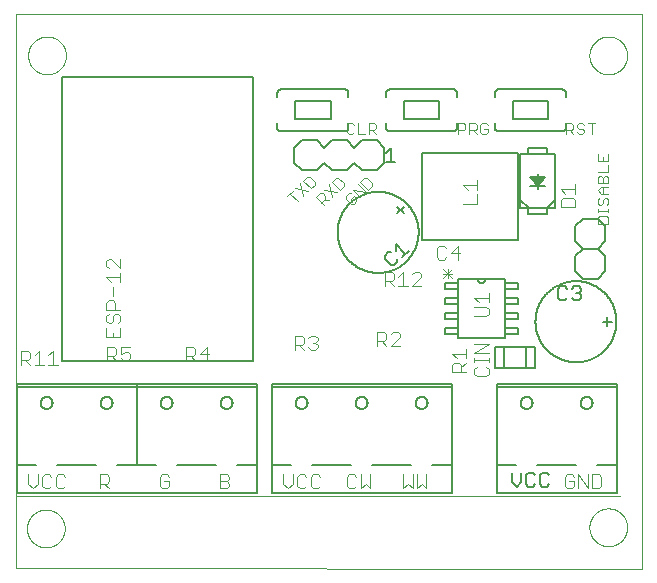
<source format=gto>
G75*
%MOIN*%
%OFA0B0*%
%FSLAX25Y25*%
%IPPOS*%
%LPD*%
%AMOC8*
5,1,8,0,0,1.08239X$1,22.5*
%
%ADD10C,0.00000*%
%ADD11C,0.00300*%
%ADD12C,0.00400*%
%ADD13C,0.00600*%
%ADD14C,0.00500*%
%ADD15C,0.00800*%
D10*
X0052477Y0025103D02*
X0261020Y0024709D01*
X0261020Y0209788D01*
X0052477Y0209788D01*
X0052477Y0025103D01*
X0056060Y0038252D02*
X0056062Y0038410D01*
X0056068Y0038568D01*
X0056078Y0038726D01*
X0056092Y0038884D01*
X0056110Y0039041D01*
X0056131Y0039198D01*
X0056157Y0039354D01*
X0056187Y0039510D01*
X0056220Y0039665D01*
X0056258Y0039818D01*
X0056299Y0039971D01*
X0056344Y0040123D01*
X0056393Y0040274D01*
X0056446Y0040423D01*
X0056502Y0040571D01*
X0056562Y0040717D01*
X0056626Y0040862D01*
X0056694Y0041005D01*
X0056765Y0041147D01*
X0056839Y0041287D01*
X0056917Y0041424D01*
X0056999Y0041560D01*
X0057083Y0041694D01*
X0057172Y0041825D01*
X0057263Y0041954D01*
X0057358Y0042081D01*
X0057455Y0042206D01*
X0057556Y0042328D01*
X0057660Y0042447D01*
X0057767Y0042564D01*
X0057877Y0042678D01*
X0057990Y0042789D01*
X0058105Y0042898D01*
X0058223Y0043003D01*
X0058344Y0043105D01*
X0058467Y0043205D01*
X0058593Y0043301D01*
X0058721Y0043394D01*
X0058851Y0043484D01*
X0058984Y0043570D01*
X0059119Y0043654D01*
X0059255Y0043733D01*
X0059394Y0043810D01*
X0059535Y0043882D01*
X0059677Y0043952D01*
X0059821Y0044017D01*
X0059967Y0044079D01*
X0060114Y0044137D01*
X0060263Y0044192D01*
X0060413Y0044243D01*
X0060564Y0044290D01*
X0060716Y0044333D01*
X0060869Y0044372D01*
X0061024Y0044408D01*
X0061179Y0044439D01*
X0061335Y0044467D01*
X0061491Y0044491D01*
X0061648Y0044511D01*
X0061806Y0044527D01*
X0061963Y0044539D01*
X0062122Y0044547D01*
X0062280Y0044551D01*
X0062438Y0044551D01*
X0062596Y0044547D01*
X0062755Y0044539D01*
X0062912Y0044527D01*
X0063070Y0044511D01*
X0063227Y0044491D01*
X0063383Y0044467D01*
X0063539Y0044439D01*
X0063694Y0044408D01*
X0063849Y0044372D01*
X0064002Y0044333D01*
X0064154Y0044290D01*
X0064305Y0044243D01*
X0064455Y0044192D01*
X0064604Y0044137D01*
X0064751Y0044079D01*
X0064897Y0044017D01*
X0065041Y0043952D01*
X0065183Y0043882D01*
X0065324Y0043810D01*
X0065463Y0043733D01*
X0065599Y0043654D01*
X0065734Y0043570D01*
X0065867Y0043484D01*
X0065997Y0043394D01*
X0066125Y0043301D01*
X0066251Y0043205D01*
X0066374Y0043105D01*
X0066495Y0043003D01*
X0066613Y0042898D01*
X0066728Y0042789D01*
X0066841Y0042678D01*
X0066951Y0042564D01*
X0067058Y0042447D01*
X0067162Y0042328D01*
X0067263Y0042206D01*
X0067360Y0042081D01*
X0067455Y0041954D01*
X0067546Y0041825D01*
X0067635Y0041694D01*
X0067719Y0041560D01*
X0067801Y0041424D01*
X0067879Y0041287D01*
X0067953Y0041147D01*
X0068024Y0041005D01*
X0068092Y0040862D01*
X0068156Y0040717D01*
X0068216Y0040571D01*
X0068272Y0040423D01*
X0068325Y0040274D01*
X0068374Y0040123D01*
X0068419Y0039971D01*
X0068460Y0039818D01*
X0068498Y0039665D01*
X0068531Y0039510D01*
X0068561Y0039354D01*
X0068587Y0039198D01*
X0068608Y0039041D01*
X0068626Y0038884D01*
X0068640Y0038726D01*
X0068650Y0038568D01*
X0068656Y0038410D01*
X0068658Y0038252D01*
X0068656Y0038094D01*
X0068650Y0037936D01*
X0068640Y0037778D01*
X0068626Y0037620D01*
X0068608Y0037463D01*
X0068587Y0037306D01*
X0068561Y0037150D01*
X0068531Y0036994D01*
X0068498Y0036839D01*
X0068460Y0036686D01*
X0068419Y0036533D01*
X0068374Y0036381D01*
X0068325Y0036230D01*
X0068272Y0036081D01*
X0068216Y0035933D01*
X0068156Y0035787D01*
X0068092Y0035642D01*
X0068024Y0035499D01*
X0067953Y0035357D01*
X0067879Y0035217D01*
X0067801Y0035080D01*
X0067719Y0034944D01*
X0067635Y0034810D01*
X0067546Y0034679D01*
X0067455Y0034550D01*
X0067360Y0034423D01*
X0067263Y0034298D01*
X0067162Y0034176D01*
X0067058Y0034057D01*
X0066951Y0033940D01*
X0066841Y0033826D01*
X0066728Y0033715D01*
X0066613Y0033606D01*
X0066495Y0033501D01*
X0066374Y0033399D01*
X0066251Y0033299D01*
X0066125Y0033203D01*
X0065997Y0033110D01*
X0065867Y0033020D01*
X0065734Y0032934D01*
X0065599Y0032850D01*
X0065463Y0032771D01*
X0065324Y0032694D01*
X0065183Y0032622D01*
X0065041Y0032552D01*
X0064897Y0032487D01*
X0064751Y0032425D01*
X0064604Y0032367D01*
X0064455Y0032312D01*
X0064305Y0032261D01*
X0064154Y0032214D01*
X0064002Y0032171D01*
X0063849Y0032132D01*
X0063694Y0032096D01*
X0063539Y0032065D01*
X0063383Y0032037D01*
X0063227Y0032013D01*
X0063070Y0031993D01*
X0062912Y0031977D01*
X0062755Y0031965D01*
X0062596Y0031957D01*
X0062438Y0031953D01*
X0062280Y0031953D01*
X0062122Y0031957D01*
X0061963Y0031965D01*
X0061806Y0031977D01*
X0061648Y0031993D01*
X0061491Y0032013D01*
X0061335Y0032037D01*
X0061179Y0032065D01*
X0061024Y0032096D01*
X0060869Y0032132D01*
X0060716Y0032171D01*
X0060564Y0032214D01*
X0060413Y0032261D01*
X0060263Y0032312D01*
X0060114Y0032367D01*
X0059967Y0032425D01*
X0059821Y0032487D01*
X0059677Y0032552D01*
X0059535Y0032622D01*
X0059394Y0032694D01*
X0059255Y0032771D01*
X0059119Y0032850D01*
X0058984Y0032934D01*
X0058851Y0033020D01*
X0058721Y0033110D01*
X0058593Y0033203D01*
X0058467Y0033299D01*
X0058344Y0033399D01*
X0058223Y0033501D01*
X0058105Y0033606D01*
X0057990Y0033715D01*
X0057877Y0033826D01*
X0057767Y0033940D01*
X0057660Y0034057D01*
X0057556Y0034176D01*
X0057455Y0034298D01*
X0057358Y0034423D01*
X0057263Y0034550D01*
X0057172Y0034679D01*
X0057083Y0034810D01*
X0056999Y0034944D01*
X0056917Y0035080D01*
X0056839Y0035217D01*
X0056765Y0035357D01*
X0056694Y0035499D01*
X0056626Y0035642D01*
X0056562Y0035787D01*
X0056502Y0035933D01*
X0056446Y0036081D01*
X0056393Y0036230D01*
X0056344Y0036381D01*
X0056299Y0036533D01*
X0056258Y0036686D01*
X0056220Y0036839D01*
X0056187Y0036994D01*
X0056157Y0037150D01*
X0056131Y0037306D01*
X0056110Y0037463D01*
X0056092Y0037620D01*
X0056078Y0037778D01*
X0056068Y0037936D01*
X0056062Y0038094D01*
X0056060Y0038252D01*
X0052595Y0048951D02*
X0253796Y0048951D01*
X0243540Y0038646D02*
X0243542Y0038804D01*
X0243548Y0038962D01*
X0243558Y0039120D01*
X0243572Y0039278D01*
X0243590Y0039435D01*
X0243611Y0039592D01*
X0243637Y0039748D01*
X0243667Y0039904D01*
X0243700Y0040059D01*
X0243738Y0040212D01*
X0243779Y0040365D01*
X0243824Y0040517D01*
X0243873Y0040668D01*
X0243926Y0040817D01*
X0243982Y0040965D01*
X0244042Y0041111D01*
X0244106Y0041256D01*
X0244174Y0041399D01*
X0244245Y0041541D01*
X0244319Y0041681D01*
X0244397Y0041818D01*
X0244479Y0041954D01*
X0244563Y0042088D01*
X0244652Y0042219D01*
X0244743Y0042348D01*
X0244838Y0042475D01*
X0244935Y0042600D01*
X0245036Y0042722D01*
X0245140Y0042841D01*
X0245247Y0042958D01*
X0245357Y0043072D01*
X0245470Y0043183D01*
X0245585Y0043292D01*
X0245703Y0043397D01*
X0245824Y0043499D01*
X0245947Y0043599D01*
X0246073Y0043695D01*
X0246201Y0043788D01*
X0246331Y0043878D01*
X0246464Y0043964D01*
X0246599Y0044048D01*
X0246735Y0044127D01*
X0246874Y0044204D01*
X0247015Y0044276D01*
X0247157Y0044346D01*
X0247301Y0044411D01*
X0247447Y0044473D01*
X0247594Y0044531D01*
X0247743Y0044586D01*
X0247893Y0044637D01*
X0248044Y0044684D01*
X0248196Y0044727D01*
X0248349Y0044766D01*
X0248504Y0044802D01*
X0248659Y0044833D01*
X0248815Y0044861D01*
X0248971Y0044885D01*
X0249128Y0044905D01*
X0249286Y0044921D01*
X0249443Y0044933D01*
X0249602Y0044941D01*
X0249760Y0044945D01*
X0249918Y0044945D01*
X0250076Y0044941D01*
X0250235Y0044933D01*
X0250392Y0044921D01*
X0250550Y0044905D01*
X0250707Y0044885D01*
X0250863Y0044861D01*
X0251019Y0044833D01*
X0251174Y0044802D01*
X0251329Y0044766D01*
X0251482Y0044727D01*
X0251634Y0044684D01*
X0251785Y0044637D01*
X0251935Y0044586D01*
X0252084Y0044531D01*
X0252231Y0044473D01*
X0252377Y0044411D01*
X0252521Y0044346D01*
X0252663Y0044276D01*
X0252804Y0044204D01*
X0252943Y0044127D01*
X0253079Y0044048D01*
X0253214Y0043964D01*
X0253347Y0043878D01*
X0253477Y0043788D01*
X0253605Y0043695D01*
X0253731Y0043599D01*
X0253854Y0043499D01*
X0253975Y0043397D01*
X0254093Y0043292D01*
X0254208Y0043183D01*
X0254321Y0043072D01*
X0254431Y0042958D01*
X0254538Y0042841D01*
X0254642Y0042722D01*
X0254743Y0042600D01*
X0254840Y0042475D01*
X0254935Y0042348D01*
X0255026Y0042219D01*
X0255115Y0042088D01*
X0255199Y0041954D01*
X0255281Y0041818D01*
X0255359Y0041681D01*
X0255433Y0041541D01*
X0255504Y0041399D01*
X0255572Y0041256D01*
X0255636Y0041111D01*
X0255696Y0040965D01*
X0255752Y0040817D01*
X0255805Y0040668D01*
X0255854Y0040517D01*
X0255899Y0040365D01*
X0255940Y0040212D01*
X0255978Y0040059D01*
X0256011Y0039904D01*
X0256041Y0039748D01*
X0256067Y0039592D01*
X0256088Y0039435D01*
X0256106Y0039278D01*
X0256120Y0039120D01*
X0256130Y0038962D01*
X0256136Y0038804D01*
X0256138Y0038646D01*
X0256136Y0038488D01*
X0256130Y0038330D01*
X0256120Y0038172D01*
X0256106Y0038014D01*
X0256088Y0037857D01*
X0256067Y0037700D01*
X0256041Y0037544D01*
X0256011Y0037388D01*
X0255978Y0037233D01*
X0255940Y0037080D01*
X0255899Y0036927D01*
X0255854Y0036775D01*
X0255805Y0036624D01*
X0255752Y0036475D01*
X0255696Y0036327D01*
X0255636Y0036181D01*
X0255572Y0036036D01*
X0255504Y0035893D01*
X0255433Y0035751D01*
X0255359Y0035611D01*
X0255281Y0035474D01*
X0255199Y0035338D01*
X0255115Y0035204D01*
X0255026Y0035073D01*
X0254935Y0034944D01*
X0254840Y0034817D01*
X0254743Y0034692D01*
X0254642Y0034570D01*
X0254538Y0034451D01*
X0254431Y0034334D01*
X0254321Y0034220D01*
X0254208Y0034109D01*
X0254093Y0034000D01*
X0253975Y0033895D01*
X0253854Y0033793D01*
X0253731Y0033693D01*
X0253605Y0033597D01*
X0253477Y0033504D01*
X0253347Y0033414D01*
X0253214Y0033328D01*
X0253079Y0033244D01*
X0252943Y0033165D01*
X0252804Y0033088D01*
X0252663Y0033016D01*
X0252521Y0032946D01*
X0252377Y0032881D01*
X0252231Y0032819D01*
X0252084Y0032761D01*
X0251935Y0032706D01*
X0251785Y0032655D01*
X0251634Y0032608D01*
X0251482Y0032565D01*
X0251329Y0032526D01*
X0251174Y0032490D01*
X0251019Y0032459D01*
X0250863Y0032431D01*
X0250707Y0032407D01*
X0250550Y0032387D01*
X0250392Y0032371D01*
X0250235Y0032359D01*
X0250076Y0032351D01*
X0249918Y0032347D01*
X0249760Y0032347D01*
X0249602Y0032351D01*
X0249443Y0032359D01*
X0249286Y0032371D01*
X0249128Y0032387D01*
X0248971Y0032407D01*
X0248815Y0032431D01*
X0248659Y0032459D01*
X0248504Y0032490D01*
X0248349Y0032526D01*
X0248196Y0032565D01*
X0248044Y0032608D01*
X0247893Y0032655D01*
X0247743Y0032706D01*
X0247594Y0032761D01*
X0247447Y0032819D01*
X0247301Y0032881D01*
X0247157Y0032946D01*
X0247015Y0033016D01*
X0246874Y0033088D01*
X0246735Y0033165D01*
X0246599Y0033244D01*
X0246464Y0033328D01*
X0246331Y0033414D01*
X0246201Y0033504D01*
X0246073Y0033597D01*
X0245947Y0033693D01*
X0245824Y0033793D01*
X0245703Y0033895D01*
X0245585Y0034000D01*
X0245470Y0034109D01*
X0245357Y0034220D01*
X0245247Y0034334D01*
X0245140Y0034451D01*
X0245036Y0034570D01*
X0244935Y0034692D01*
X0244838Y0034817D01*
X0244743Y0034944D01*
X0244652Y0035073D01*
X0244563Y0035204D01*
X0244479Y0035338D01*
X0244397Y0035474D01*
X0244319Y0035611D01*
X0244245Y0035751D01*
X0244174Y0035893D01*
X0244106Y0036036D01*
X0244042Y0036181D01*
X0243982Y0036327D01*
X0243926Y0036475D01*
X0243873Y0036624D01*
X0243824Y0036775D01*
X0243779Y0036927D01*
X0243738Y0037080D01*
X0243700Y0037233D01*
X0243667Y0037388D01*
X0243637Y0037544D01*
X0243611Y0037700D01*
X0243590Y0037857D01*
X0243572Y0038014D01*
X0243558Y0038172D01*
X0243548Y0038330D01*
X0243542Y0038488D01*
X0243540Y0038646D01*
X0243540Y0195929D02*
X0243542Y0196087D01*
X0243548Y0196245D01*
X0243558Y0196403D01*
X0243572Y0196561D01*
X0243590Y0196718D01*
X0243611Y0196875D01*
X0243637Y0197031D01*
X0243667Y0197187D01*
X0243700Y0197342D01*
X0243738Y0197495D01*
X0243779Y0197648D01*
X0243824Y0197800D01*
X0243873Y0197951D01*
X0243926Y0198100D01*
X0243982Y0198248D01*
X0244042Y0198394D01*
X0244106Y0198539D01*
X0244174Y0198682D01*
X0244245Y0198824D01*
X0244319Y0198964D01*
X0244397Y0199101D01*
X0244479Y0199237D01*
X0244563Y0199371D01*
X0244652Y0199502D01*
X0244743Y0199631D01*
X0244838Y0199758D01*
X0244935Y0199883D01*
X0245036Y0200005D01*
X0245140Y0200124D01*
X0245247Y0200241D01*
X0245357Y0200355D01*
X0245470Y0200466D01*
X0245585Y0200575D01*
X0245703Y0200680D01*
X0245824Y0200782D01*
X0245947Y0200882D01*
X0246073Y0200978D01*
X0246201Y0201071D01*
X0246331Y0201161D01*
X0246464Y0201247D01*
X0246599Y0201331D01*
X0246735Y0201410D01*
X0246874Y0201487D01*
X0247015Y0201559D01*
X0247157Y0201629D01*
X0247301Y0201694D01*
X0247447Y0201756D01*
X0247594Y0201814D01*
X0247743Y0201869D01*
X0247893Y0201920D01*
X0248044Y0201967D01*
X0248196Y0202010D01*
X0248349Y0202049D01*
X0248504Y0202085D01*
X0248659Y0202116D01*
X0248815Y0202144D01*
X0248971Y0202168D01*
X0249128Y0202188D01*
X0249286Y0202204D01*
X0249443Y0202216D01*
X0249602Y0202224D01*
X0249760Y0202228D01*
X0249918Y0202228D01*
X0250076Y0202224D01*
X0250235Y0202216D01*
X0250392Y0202204D01*
X0250550Y0202188D01*
X0250707Y0202168D01*
X0250863Y0202144D01*
X0251019Y0202116D01*
X0251174Y0202085D01*
X0251329Y0202049D01*
X0251482Y0202010D01*
X0251634Y0201967D01*
X0251785Y0201920D01*
X0251935Y0201869D01*
X0252084Y0201814D01*
X0252231Y0201756D01*
X0252377Y0201694D01*
X0252521Y0201629D01*
X0252663Y0201559D01*
X0252804Y0201487D01*
X0252943Y0201410D01*
X0253079Y0201331D01*
X0253214Y0201247D01*
X0253347Y0201161D01*
X0253477Y0201071D01*
X0253605Y0200978D01*
X0253731Y0200882D01*
X0253854Y0200782D01*
X0253975Y0200680D01*
X0254093Y0200575D01*
X0254208Y0200466D01*
X0254321Y0200355D01*
X0254431Y0200241D01*
X0254538Y0200124D01*
X0254642Y0200005D01*
X0254743Y0199883D01*
X0254840Y0199758D01*
X0254935Y0199631D01*
X0255026Y0199502D01*
X0255115Y0199371D01*
X0255199Y0199237D01*
X0255281Y0199101D01*
X0255359Y0198964D01*
X0255433Y0198824D01*
X0255504Y0198682D01*
X0255572Y0198539D01*
X0255636Y0198394D01*
X0255696Y0198248D01*
X0255752Y0198100D01*
X0255805Y0197951D01*
X0255854Y0197800D01*
X0255899Y0197648D01*
X0255940Y0197495D01*
X0255978Y0197342D01*
X0256011Y0197187D01*
X0256041Y0197031D01*
X0256067Y0196875D01*
X0256088Y0196718D01*
X0256106Y0196561D01*
X0256120Y0196403D01*
X0256130Y0196245D01*
X0256136Y0196087D01*
X0256138Y0195929D01*
X0256136Y0195771D01*
X0256130Y0195613D01*
X0256120Y0195455D01*
X0256106Y0195297D01*
X0256088Y0195140D01*
X0256067Y0194983D01*
X0256041Y0194827D01*
X0256011Y0194671D01*
X0255978Y0194516D01*
X0255940Y0194363D01*
X0255899Y0194210D01*
X0255854Y0194058D01*
X0255805Y0193907D01*
X0255752Y0193758D01*
X0255696Y0193610D01*
X0255636Y0193464D01*
X0255572Y0193319D01*
X0255504Y0193176D01*
X0255433Y0193034D01*
X0255359Y0192894D01*
X0255281Y0192757D01*
X0255199Y0192621D01*
X0255115Y0192487D01*
X0255026Y0192356D01*
X0254935Y0192227D01*
X0254840Y0192100D01*
X0254743Y0191975D01*
X0254642Y0191853D01*
X0254538Y0191734D01*
X0254431Y0191617D01*
X0254321Y0191503D01*
X0254208Y0191392D01*
X0254093Y0191283D01*
X0253975Y0191178D01*
X0253854Y0191076D01*
X0253731Y0190976D01*
X0253605Y0190880D01*
X0253477Y0190787D01*
X0253347Y0190697D01*
X0253214Y0190611D01*
X0253079Y0190527D01*
X0252943Y0190448D01*
X0252804Y0190371D01*
X0252663Y0190299D01*
X0252521Y0190229D01*
X0252377Y0190164D01*
X0252231Y0190102D01*
X0252084Y0190044D01*
X0251935Y0189989D01*
X0251785Y0189938D01*
X0251634Y0189891D01*
X0251482Y0189848D01*
X0251329Y0189809D01*
X0251174Y0189773D01*
X0251019Y0189742D01*
X0250863Y0189714D01*
X0250707Y0189690D01*
X0250550Y0189670D01*
X0250392Y0189654D01*
X0250235Y0189642D01*
X0250076Y0189634D01*
X0249918Y0189630D01*
X0249760Y0189630D01*
X0249602Y0189634D01*
X0249443Y0189642D01*
X0249286Y0189654D01*
X0249128Y0189670D01*
X0248971Y0189690D01*
X0248815Y0189714D01*
X0248659Y0189742D01*
X0248504Y0189773D01*
X0248349Y0189809D01*
X0248196Y0189848D01*
X0248044Y0189891D01*
X0247893Y0189938D01*
X0247743Y0189989D01*
X0247594Y0190044D01*
X0247447Y0190102D01*
X0247301Y0190164D01*
X0247157Y0190229D01*
X0247015Y0190299D01*
X0246874Y0190371D01*
X0246735Y0190448D01*
X0246599Y0190527D01*
X0246464Y0190611D01*
X0246331Y0190697D01*
X0246201Y0190787D01*
X0246073Y0190880D01*
X0245947Y0190976D01*
X0245824Y0191076D01*
X0245703Y0191178D01*
X0245585Y0191283D01*
X0245470Y0191392D01*
X0245357Y0191503D01*
X0245247Y0191617D01*
X0245140Y0191734D01*
X0245036Y0191853D01*
X0244935Y0191975D01*
X0244838Y0192100D01*
X0244743Y0192227D01*
X0244652Y0192356D01*
X0244563Y0192487D01*
X0244479Y0192621D01*
X0244397Y0192757D01*
X0244319Y0192894D01*
X0244245Y0193034D01*
X0244174Y0193176D01*
X0244106Y0193319D01*
X0244042Y0193464D01*
X0243982Y0193610D01*
X0243926Y0193758D01*
X0243873Y0193907D01*
X0243824Y0194058D01*
X0243779Y0194210D01*
X0243738Y0194363D01*
X0243700Y0194516D01*
X0243667Y0194671D01*
X0243637Y0194827D01*
X0243611Y0194983D01*
X0243590Y0195140D01*
X0243572Y0195297D01*
X0243558Y0195455D01*
X0243548Y0195613D01*
X0243542Y0195771D01*
X0243540Y0195929D01*
X0056454Y0195929D02*
X0056456Y0196087D01*
X0056462Y0196245D01*
X0056472Y0196403D01*
X0056486Y0196561D01*
X0056504Y0196718D01*
X0056525Y0196875D01*
X0056551Y0197031D01*
X0056581Y0197187D01*
X0056614Y0197342D01*
X0056652Y0197495D01*
X0056693Y0197648D01*
X0056738Y0197800D01*
X0056787Y0197951D01*
X0056840Y0198100D01*
X0056896Y0198248D01*
X0056956Y0198394D01*
X0057020Y0198539D01*
X0057088Y0198682D01*
X0057159Y0198824D01*
X0057233Y0198964D01*
X0057311Y0199101D01*
X0057393Y0199237D01*
X0057477Y0199371D01*
X0057566Y0199502D01*
X0057657Y0199631D01*
X0057752Y0199758D01*
X0057849Y0199883D01*
X0057950Y0200005D01*
X0058054Y0200124D01*
X0058161Y0200241D01*
X0058271Y0200355D01*
X0058384Y0200466D01*
X0058499Y0200575D01*
X0058617Y0200680D01*
X0058738Y0200782D01*
X0058861Y0200882D01*
X0058987Y0200978D01*
X0059115Y0201071D01*
X0059245Y0201161D01*
X0059378Y0201247D01*
X0059513Y0201331D01*
X0059649Y0201410D01*
X0059788Y0201487D01*
X0059929Y0201559D01*
X0060071Y0201629D01*
X0060215Y0201694D01*
X0060361Y0201756D01*
X0060508Y0201814D01*
X0060657Y0201869D01*
X0060807Y0201920D01*
X0060958Y0201967D01*
X0061110Y0202010D01*
X0061263Y0202049D01*
X0061418Y0202085D01*
X0061573Y0202116D01*
X0061729Y0202144D01*
X0061885Y0202168D01*
X0062042Y0202188D01*
X0062200Y0202204D01*
X0062357Y0202216D01*
X0062516Y0202224D01*
X0062674Y0202228D01*
X0062832Y0202228D01*
X0062990Y0202224D01*
X0063149Y0202216D01*
X0063306Y0202204D01*
X0063464Y0202188D01*
X0063621Y0202168D01*
X0063777Y0202144D01*
X0063933Y0202116D01*
X0064088Y0202085D01*
X0064243Y0202049D01*
X0064396Y0202010D01*
X0064548Y0201967D01*
X0064699Y0201920D01*
X0064849Y0201869D01*
X0064998Y0201814D01*
X0065145Y0201756D01*
X0065291Y0201694D01*
X0065435Y0201629D01*
X0065577Y0201559D01*
X0065718Y0201487D01*
X0065857Y0201410D01*
X0065993Y0201331D01*
X0066128Y0201247D01*
X0066261Y0201161D01*
X0066391Y0201071D01*
X0066519Y0200978D01*
X0066645Y0200882D01*
X0066768Y0200782D01*
X0066889Y0200680D01*
X0067007Y0200575D01*
X0067122Y0200466D01*
X0067235Y0200355D01*
X0067345Y0200241D01*
X0067452Y0200124D01*
X0067556Y0200005D01*
X0067657Y0199883D01*
X0067754Y0199758D01*
X0067849Y0199631D01*
X0067940Y0199502D01*
X0068029Y0199371D01*
X0068113Y0199237D01*
X0068195Y0199101D01*
X0068273Y0198964D01*
X0068347Y0198824D01*
X0068418Y0198682D01*
X0068486Y0198539D01*
X0068550Y0198394D01*
X0068610Y0198248D01*
X0068666Y0198100D01*
X0068719Y0197951D01*
X0068768Y0197800D01*
X0068813Y0197648D01*
X0068854Y0197495D01*
X0068892Y0197342D01*
X0068925Y0197187D01*
X0068955Y0197031D01*
X0068981Y0196875D01*
X0069002Y0196718D01*
X0069020Y0196561D01*
X0069034Y0196403D01*
X0069044Y0196245D01*
X0069050Y0196087D01*
X0069052Y0195929D01*
X0069050Y0195771D01*
X0069044Y0195613D01*
X0069034Y0195455D01*
X0069020Y0195297D01*
X0069002Y0195140D01*
X0068981Y0194983D01*
X0068955Y0194827D01*
X0068925Y0194671D01*
X0068892Y0194516D01*
X0068854Y0194363D01*
X0068813Y0194210D01*
X0068768Y0194058D01*
X0068719Y0193907D01*
X0068666Y0193758D01*
X0068610Y0193610D01*
X0068550Y0193464D01*
X0068486Y0193319D01*
X0068418Y0193176D01*
X0068347Y0193034D01*
X0068273Y0192894D01*
X0068195Y0192757D01*
X0068113Y0192621D01*
X0068029Y0192487D01*
X0067940Y0192356D01*
X0067849Y0192227D01*
X0067754Y0192100D01*
X0067657Y0191975D01*
X0067556Y0191853D01*
X0067452Y0191734D01*
X0067345Y0191617D01*
X0067235Y0191503D01*
X0067122Y0191392D01*
X0067007Y0191283D01*
X0066889Y0191178D01*
X0066768Y0191076D01*
X0066645Y0190976D01*
X0066519Y0190880D01*
X0066391Y0190787D01*
X0066261Y0190697D01*
X0066128Y0190611D01*
X0065993Y0190527D01*
X0065857Y0190448D01*
X0065718Y0190371D01*
X0065577Y0190299D01*
X0065435Y0190229D01*
X0065291Y0190164D01*
X0065145Y0190102D01*
X0064998Y0190044D01*
X0064849Y0189989D01*
X0064699Y0189938D01*
X0064548Y0189891D01*
X0064396Y0189848D01*
X0064243Y0189809D01*
X0064088Y0189773D01*
X0063933Y0189742D01*
X0063777Y0189714D01*
X0063621Y0189690D01*
X0063464Y0189670D01*
X0063306Y0189654D01*
X0063149Y0189642D01*
X0062990Y0189634D01*
X0062832Y0189630D01*
X0062674Y0189630D01*
X0062516Y0189634D01*
X0062357Y0189642D01*
X0062200Y0189654D01*
X0062042Y0189670D01*
X0061885Y0189690D01*
X0061729Y0189714D01*
X0061573Y0189742D01*
X0061418Y0189773D01*
X0061263Y0189809D01*
X0061110Y0189848D01*
X0060958Y0189891D01*
X0060807Y0189938D01*
X0060657Y0189989D01*
X0060508Y0190044D01*
X0060361Y0190102D01*
X0060215Y0190164D01*
X0060071Y0190229D01*
X0059929Y0190299D01*
X0059788Y0190371D01*
X0059649Y0190448D01*
X0059513Y0190527D01*
X0059378Y0190611D01*
X0059245Y0190697D01*
X0059115Y0190787D01*
X0058987Y0190880D01*
X0058861Y0190976D01*
X0058738Y0191076D01*
X0058617Y0191178D01*
X0058499Y0191283D01*
X0058384Y0191392D01*
X0058271Y0191503D01*
X0058161Y0191617D01*
X0058054Y0191734D01*
X0057950Y0191853D01*
X0057849Y0191975D01*
X0057752Y0192100D01*
X0057657Y0192227D01*
X0057566Y0192356D01*
X0057477Y0192487D01*
X0057393Y0192621D01*
X0057311Y0192757D01*
X0057233Y0192894D01*
X0057159Y0193034D01*
X0057088Y0193176D01*
X0057020Y0193319D01*
X0056956Y0193464D01*
X0056896Y0193610D01*
X0056840Y0193758D01*
X0056787Y0193907D01*
X0056738Y0194058D01*
X0056693Y0194210D01*
X0056652Y0194363D01*
X0056614Y0194516D01*
X0056581Y0194671D01*
X0056551Y0194827D01*
X0056525Y0194983D01*
X0056504Y0195140D01*
X0056486Y0195297D01*
X0056472Y0195455D01*
X0056462Y0195613D01*
X0056456Y0195771D01*
X0056454Y0195929D01*
D11*
X0142858Y0149006D02*
X0144604Y0150752D01*
X0145462Y0151611D02*
X0149827Y0150738D01*
X0150685Y0151596D02*
X0151995Y0152906D01*
X0151995Y0153779D01*
X0150249Y0155524D01*
X0149376Y0155524D01*
X0148067Y0154215D01*
X0150685Y0151596D01*
X0152492Y0148640D02*
X0153801Y0149949D01*
X0154674Y0149949D01*
X0155547Y0149077D01*
X0155547Y0148204D01*
X0154238Y0146894D01*
X0155110Y0146022D02*
X0152492Y0148640D01*
X0155110Y0147767D02*
X0156856Y0147767D01*
X0157715Y0148626D02*
X0156842Y0152990D01*
X0157701Y0153849D02*
X0159010Y0155158D01*
X0159883Y0155158D01*
X0161628Y0153412D01*
X0161628Y0152540D01*
X0160319Y0151230D01*
X0157701Y0153849D01*
X0155096Y0151244D02*
X0159460Y0150372D01*
X0162411Y0149077D02*
X0162411Y0148204D01*
X0164156Y0146458D01*
X0165029Y0146458D01*
X0165902Y0147331D01*
X0165902Y0148204D01*
X0165029Y0149077D01*
X0164156Y0148204D01*
X0164156Y0149949D02*
X0163283Y0149949D01*
X0162411Y0149077D01*
X0164578Y0151244D02*
X0168943Y0150372D01*
X0166324Y0152990D01*
X0167183Y0153849D02*
X0168492Y0155158D01*
X0169365Y0155158D01*
X0171111Y0153412D01*
X0171111Y0152540D01*
X0169801Y0151230D01*
X0167183Y0153849D01*
X0164578Y0151244D02*
X0167197Y0148626D01*
X0148081Y0148992D02*
X0147208Y0153356D01*
X0143731Y0149879D02*
X0146349Y0147261D01*
X0163250Y0169789D02*
X0162633Y0170406D01*
X0162633Y0172874D01*
X0163250Y0173492D01*
X0164485Y0173492D01*
X0165102Y0172874D01*
X0166316Y0173492D02*
X0166316Y0169789D01*
X0168785Y0169789D01*
X0169999Y0169789D02*
X0169999Y0173492D01*
X0171851Y0173492D01*
X0172468Y0172874D01*
X0172468Y0171640D01*
X0171851Y0171023D01*
X0169999Y0171023D01*
X0171234Y0171023D02*
X0172468Y0169789D01*
X0165102Y0170406D02*
X0164485Y0169789D01*
X0163250Y0169789D01*
X0199757Y0169727D02*
X0199757Y0173430D01*
X0201608Y0173430D01*
X0202226Y0172813D01*
X0202226Y0171579D01*
X0201608Y0170961D01*
X0199757Y0170961D01*
X0203440Y0170961D02*
X0205291Y0170961D01*
X0205909Y0171579D01*
X0205909Y0172813D01*
X0205291Y0173430D01*
X0203440Y0173430D01*
X0203440Y0169727D01*
X0204674Y0170961D02*
X0205909Y0169727D01*
X0207123Y0170344D02*
X0207740Y0169727D01*
X0208975Y0169727D01*
X0209592Y0170344D01*
X0209592Y0171579D01*
X0208357Y0171579D01*
X0207123Y0172813D02*
X0207123Y0170344D01*
X0207123Y0172813D02*
X0207740Y0173430D01*
X0208975Y0173430D01*
X0209592Y0172813D01*
X0206195Y0154291D02*
X0206195Y0151155D01*
X0206195Y0149687D02*
X0206195Y0146551D01*
X0201491Y0146551D01*
X0203059Y0151155D02*
X0201491Y0152723D01*
X0206195Y0152723D01*
X0233991Y0151473D02*
X0238695Y0151473D01*
X0238695Y0149905D02*
X0238695Y0153041D01*
X0235559Y0149905D02*
X0233991Y0151473D01*
X0234775Y0148437D02*
X0233991Y0147653D01*
X0233991Y0145301D01*
X0238695Y0145301D01*
X0238695Y0147653D01*
X0237911Y0148437D01*
X0234775Y0148437D01*
X0235694Y0169727D02*
X0235694Y0173430D01*
X0237546Y0173430D01*
X0238163Y0172813D01*
X0238163Y0171579D01*
X0237546Y0170961D01*
X0235694Y0170961D01*
X0236929Y0170961D02*
X0238163Y0169727D01*
X0239377Y0170344D02*
X0239995Y0169727D01*
X0241229Y0169727D01*
X0241846Y0170344D01*
X0241846Y0170961D01*
X0241229Y0171579D01*
X0239995Y0171579D01*
X0239377Y0172196D01*
X0239377Y0172813D01*
X0239995Y0173430D01*
X0241229Y0173430D01*
X0241846Y0172813D01*
X0243061Y0173430D02*
X0245529Y0173430D01*
X0244295Y0173430D02*
X0244295Y0169727D01*
X0197881Y0124721D02*
X0194745Y0121585D01*
X0197881Y0124721D01*
X0196313Y0124721D02*
X0196313Y0121585D01*
X0196313Y0124721D01*
X0194745Y0124721D02*
X0197881Y0121585D01*
X0194745Y0124721D01*
X0194745Y0123153D02*
X0197881Y0123153D01*
X0194745Y0123153D01*
X0205241Y0115223D02*
X0209945Y0115223D01*
X0209945Y0113655D02*
X0209945Y0116791D01*
X0206809Y0113655D02*
X0205241Y0115223D01*
X0205241Y0112187D02*
X0209161Y0112187D01*
X0209945Y0111403D01*
X0209945Y0109835D01*
X0209161Y0109051D01*
X0205241Y0109051D01*
X0205241Y0099860D02*
X0209945Y0099860D01*
X0205241Y0096724D01*
X0209945Y0096724D01*
X0209945Y0095223D02*
X0209945Y0093655D01*
X0209945Y0094439D02*
X0205241Y0094439D01*
X0205241Y0093655D02*
X0205241Y0095223D01*
X0206025Y0092187D02*
X0205241Y0091403D01*
X0205241Y0089835D01*
X0206025Y0089051D01*
X0209161Y0089051D01*
X0209945Y0089835D01*
X0209945Y0091403D01*
X0209161Y0092187D01*
D12*
X0202395Y0093470D02*
X0200861Y0091936D01*
X0200861Y0092703D02*
X0200861Y0090401D01*
X0202395Y0090401D02*
X0197791Y0090401D01*
X0197791Y0092703D01*
X0198559Y0093470D01*
X0200093Y0093470D01*
X0200861Y0092703D01*
X0202395Y0095005D02*
X0202395Y0098074D01*
X0202395Y0096540D02*
X0197791Y0096540D01*
X0199326Y0095005D01*
X0180468Y0099151D02*
X0177399Y0099151D01*
X0180468Y0102220D01*
X0180468Y0102988D01*
X0179701Y0103755D01*
X0178166Y0103755D01*
X0177399Y0102988D01*
X0175864Y0102988D02*
X0175864Y0101453D01*
X0175097Y0100686D01*
X0172795Y0100686D01*
X0174330Y0100686D02*
X0175864Y0099151D01*
X0172795Y0099151D02*
X0172795Y0103755D01*
X0175097Y0103755D01*
X0175864Y0102988D01*
X0175295Y0119151D02*
X0175295Y0123755D01*
X0177597Y0123755D01*
X0178364Y0122988D01*
X0178364Y0121453D01*
X0177597Y0120686D01*
X0175295Y0120686D01*
X0176830Y0120686D02*
X0178364Y0119151D01*
X0179899Y0119151D02*
X0182968Y0119151D01*
X0181434Y0119151D02*
X0181434Y0123755D01*
X0179899Y0122220D01*
X0184503Y0122988D02*
X0185270Y0123755D01*
X0186805Y0123755D01*
X0187572Y0122988D01*
X0187572Y0122220D01*
X0184503Y0119151D01*
X0187572Y0119151D01*
X0193562Y0127901D02*
X0195097Y0127901D01*
X0195864Y0128668D01*
X0197399Y0130203D02*
X0200468Y0130203D01*
X0199701Y0127901D02*
X0199701Y0132505D01*
X0197399Y0130203D01*
X0195864Y0131738D02*
X0195097Y0132505D01*
X0193562Y0132505D01*
X0192795Y0131738D01*
X0192795Y0128668D01*
X0193562Y0127901D01*
X0152968Y0101738D02*
X0152968Y0100970D01*
X0152201Y0100203D01*
X0152968Y0099436D01*
X0152968Y0098668D01*
X0152201Y0097901D01*
X0150666Y0097901D01*
X0149899Y0098668D01*
X0148364Y0097901D02*
X0146830Y0099436D01*
X0147597Y0099436D02*
X0145295Y0099436D01*
X0145295Y0097901D02*
X0145295Y0102505D01*
X0147597Y0102505D01*
X0148364Y0101738D01*
X0148364Y0100203D01*
X0147597Y0099436D01*
X0149899Y0101738D02*
X0150666Y0102505D01*
X0152201Y0102505D01*
X0152968Y0101738D01*
X0152201Y0100203D02*
X0151434Y0100203D01*
X0116718Y0096453D02*
X0113649Y0096453D01*
X0115951Y0098755D01*
X0115951Y0094151D01*
X0112114Y0094151D02*
X0110580Y0095686D01*
X0111347Y0095686D02*
X0109045Y0095686D01*
X0109045Y0094151D02*
X0109045Y0098755D01*
X0111347Y0098755D01*
X0112114Y0097988D01*
X0112114Y0096453D01*
X0111347Y0095686D01*
X0090468Y0096453D02*
X0090468Y0094918D01*
X0089701Y0094151D01*
X0088166Y0094151D01*
X0087399Y0094918D01*
X0087399Y0096453D02*
X0088934Y0097220D01*
X0089701Y0097220D01*
X0090468Y0096453D01*
X0090468Y0098755D02*
X0087399Y0098755D01*
X0087399Y0096453D01*
X0085864Y0096453D02*
X0085864Y0097988D01*
X0085097Y0098755D01*
X0082795Y0098755D01*
X0082795Y0094151D01*
X0082795Y0095686D02*
X0085097Y0095686D01*
X0085864Y0096453D01*
X0084330Y0095686D02*
X0085864Y0094151D01*
X0084778Y0102025D02*
X0084778Y0103560D01*
X0082476Y0105094D02*
X0082476Y0102025D01*
X0087080Y0102025D01*
X0087080Y0105094D01*
X0086313Y0106629D02*
X0087080Y0107396D01*
X0087080Y0108931D01*
X0086313Y0109698D01*
X0085546Y0109698D01*
X0084778Y0108931D01*
X0084778Y0107396D01*
X0084011Y0106629D01*
X0083244Y0106629D01*
X0082476Y0107396D01*
X0082476Y0108931D01*
X0083244Y0109698D01*
X0082476Y0111233D02*
X0082476Y0113535D01*
X0083244Y0114302D01*
X0084778Y0114302D01*
X0085546Y0113535D01*
X0085546Y0111233D01*
X0087080Y0111233D02*
X0082476Y0111233D01*
X0084778Y0115837D02*
X0084778Y0118906D01*
X0084011Y0120441D02*
X0082476Y0121975D01*
X0087080Y0121975D01*
X0087080Y0120441D02*
X0087080Y0123510D01*
X0087080Y0125045D02*
X0084011Y0128114D01*
X0083244Y0128114D01*
X0082476Y0127347D01*
X0082476Y0125812D01*
X0083244Y0125045D01*
X0087080Y0125045D02*
X0087080Y0128114D01*
X0064726Y0097505D02*
X0064726Y0092901D01*
X0066260Y0092901D02*
X0063191Y0092901D01*
X0061657Y0092901D02*
X0058587Y0092901D01*
X0057053Y0092901D02*
X0055518Y0094436D01*
X0056285Y0094436D02*
X0053983Y0094436D01*
X0053983Y0092901D02*
X0053983Y0097505D01*
X0056285Y0097505D01*
X0057053Y0096738D01*
X0057053Y0095203D01*
X0056285Y0094436D01*
X0058587Y0095970D02*
X0060122Y0097505D01*
X0060122Y0092901D01*
X0063191Y0095970D02*
X0064726Y0097505D01*
X0063451Y0056255D02*
X0061916Y0056255D01*
X0061149Y0055488D01*
X0061149Y0052418D01*
X0061916Y0051651D01*
X0063451Y0051651D01*
X0064218Y0052418D01*
X0065753Y0052418D02*
X0066520Y0051651D01*
X0068055Y0051651D01*
X0068822Y0052418D01*
X0065753Y0052418D02*
X0065753Y0055488D01*
X0066520Y0056255D01*
X0068055Y0056255D01*
X0068822Y0055488D01*
X0064218Y0055488D02*
X0063451Y0056255D01*
X0059614Y0056255D02*
X0059614Y0053186D01*
X0058080Y0051651D01*
X0056545Y0053186D01*
X0056545Y0056255D01*
X0080295Y0056255D02*
X0080295Y0051651D01*
X0080295Y0053186D02*
X0082597Y0053186D01*
X0083364Y0053953D01*
X0083364Y0055488D01*
X0082597Y0056255D01*
X0080295Y0056255D01*
X0081830Y0053186D02*
X0083364Y0051651D01*
X0100295Y0052418D02*
X0101062Y0051651D01*
X0102597Y0051651D01*
X0103364Y0052418D01*
X0103364Y0053953D01*
X0101830Y0053953D01*
X0103364Y0055488D02*
X0102597Y0056255D01*
X0101062Y0056255D01*
X0100295Y0055488D01*
X0100295Y0052418D01*
X0120295Y0051651D02*
X0122597Y0051651D01*
X0123364Y0052418D01*
X0123364Y0053186D01*
X0122597Y0053953D01*
X0120295Y0053953D01*
X0120295Y0051651D02*
X0120295Y0056255D01*
X0122597Y0056255D01*
X0123364Y0055488D01*
X0123364Y0054720D01*
X0122597Y0053953D01*
X0141545Y0053186D02*
X0143080Y0051651D01*
X0144614Y0053186D01*
X0144614Y0056255D01*
X0146149Y0055488D02*
X0146149Y0052418D01*
X0146916Y0051651D01*
X0148451Y0051651D01*
X0149218Y0052418D01*
X0150753Y0052418D02*
X0151520Y0051651D01*
X0153055Y0051651D01*
X0153822Y0052418D01*
X0150753Y0052418D02*
X0150753Y0055488D01*
X0151520Y0056255D01*
X0153055Y0056255D01*
X0153822Y0055488D01*
X0149218Y0055488D02*
X0148451Y0056255D01*
X0146916Y0056255D01*
X0146149Y0055488D01*
X0141545Y0056255D02*
X0141545Y0053186D01*
X0162795Y0052418D02*
X0163562Y0051651D01*
X0165097Y0051651D01*
X0165864Y0052418D01*
X0167399Y0051651D02*
X0168934Y0053186D01*
X0170468Y0051651D01*
X0170468Y0056255D01*
X0167399Y0056255D02*
X0167399Y0051651D01*
X0162795Y0052418D02*
X0162795Y0055488D01*
X0163562Y0056255D01*
X0165097Y0056255D01*
X0165864Y0055488D01*
X0181545Y0056255D02*
X0181545Y0051651D01*
X0183080Y0053186D01*
X0184614Y0051651D01*
X0184614Y0056255D01*
X0186149Y0056255D02*
X0186149Y0051651D01*
X0187684Y0053186D01*
X0189218Y0051651D01*
X0189218Y0056255D01*
X0235295Y0055488D02*
X0235295Y0052418D01*
X0236062Y0051651D01*
X0237597Y0051651D01*
X0238364Y0052418D01*
X0238364Y0053953D01*
X0236830Y0053953D01*
X0238364Y0055488D02*
X0237597Y0056255D01*
X0236062Y0056255D01*
X0235295Y0055488D01*
X0239899Y0056255D02*
X0239899Y0051651D01*
X0242968Y0051651D02*
X0242968Y0056255D01*
X0244503Y0056255D02*
X0246805Y0056255D01*
X0247572Y0055488D01*
X0247572Y0052418D01*
X0246805Y0051651D01*
X0244503Y0051651D01*
X0244503Y0056255D01*
X0239899Y0056255D02*
X0242968Y0051651D01*
X0246242Y0139897D02*
X0246242Y0141698D01*
X0246843Y0142299D01*
X0249245Y0142299D01*
X0249845Y0141698D01*
X0249845Y0139897D01*
X0246242Y0139897D01*
X0246242Y0143580D02*
X0246242Y0144781D01*
X0246242Y0144180D02*
X0249845Y0144180D01*
X0249845Y0143580D02*
X0249845Y0144781D01*
X0249245Y0146035D02*
X0249845Y0146636D01*
X0249845Y0147837D01*
X0249245Y0148437D01*
X0248644Y0148437D01*
X0248044Y0147837D01*
X0248044Y0146636D01*
X0247443Y0146035D01*
X0246843Y0146035D01*
X0246242Y0146636D01*
X0246242Y0147837D01*
X0246843Y0148437D01*
X0247443Y0149718D02*
X0246242Y0150919D01*
X0247443Y0152120D01*
X0249845Y0152120D01*
X0249845Y0153402D02*
X0249845Y0155203D01*
X0249245Y0155804D01*
X0248644Y0155804D01*
X0248044Y0155203D01*
X0248044Y0153402D01*
X0248044Y0152120D02*
X0248044Y0149718D01*
X0247443Y0149718D02*
X0249845Y0149718D01*
X0249845Y0153402D02*
X0246242Y0153402D01*
X0246242Y0155203D01*
X0246843Y0155804D01*
X0247443Y0155804D01*
X0248044Y0155203D01*
X0249845Y0157085D02*
X0246242Y0157085D01*
X0249845Y0157085D02*
X0249845Y0159487D01*
X0249845Y0160768D02*
X0249845Y0163170D01*
X0248044Y0161969D02*
X0248044Y0160768D01*
X0249845Y0160768D02*
X0246242Y0160768D01*
X0246242Y0163170D01*
D13*
X0232145Y0162951D02*
X0230845Y0162951D01*
X0229545Y0162951D02*
X0229545Y0164951D01*
X0223145Y0164951D01*
X0223145Y0162951D01*
X0229545Y0162951D01*
X0232145Y0162951D02*
X0232145Y0144951D01*
X0230845Y0144951D01*
X0229545Y0144951D02*
X0229545Y0142951D01*
X0223145Y0142951D01*
X0223145Y0144951D01*
X0223445Y0144951D01*
X0220545Y0147751D01*
X0220545Y0144951D02*
X0221845Y0144951D01*
X0220545Y0144951D02*
X0220545Y0162951D01*
X0221845Y0162951D01*
X0220545Y0162951D02*
X0220545Y0144951D01*
X0232145Y0144951D01*
X0232145Y0162951D01*
X0220545Y0162951D01*
X0219845Y0163351D02*
X0219845Y0134551D01*
X0187845Y0134551D01*
X0187845Y0163351D01*
X0219845Y0163351D01*
X0226345Y0156551D02*
X0226345Y0152551D01*
X0226845Y0155551D01*
X0226345Y0152551D01*
X0227345Y0155551D01*
X0226345Y0152551D01*
X0227845Y0155551D01*
X0226345Y0152551D01*
X0228345Y0155551D01*
X0226345Y0152551D01*
X0228845Y0155551D01*
X0223845Y0155551D01*
X0226345Y0152551D01*
X0225845Y0155551D01*
X0226345Y0152551D01*
X0225345Y0155551D01*
X0226345Y0152551D01*
X0224845Y0155551D01*
X0226345Y0152551D01*
X0224345Y0155551D01*
X0226345Y0152551D01*
X0228845Y0152551D01*
X0226345Y0152551D01*
X0223845Y0152551D01*
X0226345Y0152551D01*
X0226345Y0151551D01*
X0226345Y0152551D01*
X0226345Y0156051D01*
X0223845Y0155551D02*
X0226345Y0152551D01*
X0228845Y0155551D01*
X0223845Y0155551D01*
X0232145Y0147751D02*
X0229245Y0144951D01*
X0223445Y0144951D01*
X0229245Y0144951D02*
X0229545Y0144951D01*
X0238845Y0138951D02*
X0238845Y0133951D01*
X0241345Y0131451D01*
X0238845Y0128951D01*
X0238845Y0123951D01*
X0241345Y0121451D01*
X0246345Y0121451D01*
X0248845Y0123951D01*
X0248845Y0128951D01*
X0246345Y0131451D01*
X0241345Y0131451D01*
X0246345Y0131451D02*
X0248845Y0133951D01*
X0248845Y0138951D01*
X0246345Y0141451D01*
X0241345Y0141451D01*
X0238845Y0138951D01*
X0219795Y0119951D02*
X0215395Y0119951D01*
X0215395Y0117951D01*
X0219795Y0117951D01*
X0219795Y0119951D01*
X0215395Y0121251D02*
X0199795Y0121251D01*
X0199795Y0101651D01*
X0215395Y0101651D01*
X0215395Y0121251D01*
X0212995Y0121251D02*
X0202195Y0121251D01*
X0199795Y0119951D02*
X0195395Y0119951D01*
X0195395Y0117951D01*
X0199795Y0117951D01*
X0199795Y0119951D01*
X0199795Y0114951D02*
X0195395Y0114951D01*
X0195395Y0112951D01*
X0199795Y0112951D01*
X0199795Y0114951D01*
X0199795Y0109951D02*
X0195395Y0109951D01*
X0195395Y0107951D01*
X0199795Y0107951D01*
X0199795Y0109951D01*
X0199795Y0104951D02*
X0195395Y0104951D01*
X0195395Y0102951D01*
X0199795Y0102951D01*
X0199795Y0104951D01*
X0202195Y0101651D02*
X0212995Y0101651D01*
X0215395Y0102951D02*
X0215395Y0104951D01*
X0219795Y0104951D01*
X0219795Y0102951D01*
X0215395Y0102951D01*
X0215145Y0098801D02*
X0212145Y0098701D01*
X0212145Y0091601D01*
X0225545Y0091601D01*
X0225545Y0098801D01*
X0212145Y0098801D01*
X0212145Y0091601D01*
X0215145Y0091601D01*
X0215145Y0098801D01*
X0216445Y0098801D02*
X0221245Y0098801D01*
X0222545Y0098801D02*
X0225545Y0098801D01*
X0225545Y0091601D01*
X0222545Y0091601D01*
X0222545Y0098801D01*
X0221245Y0091601D02*
X0216445Y0091601D01*
X0212595Y0086451D02*
X0252595Y0086451D01*
X0252595Y0085451D01*
X0252595Y0059451D01*
X0246095Y0059451D01*
X0239095Y0059451D02*
X0226095Y0059451D01*
X0219095Y0059451D02*
X0212595Y0059451D01*
X0212595Y0049951D01*
X0252595Y0049951D01*
X0252595Y0059451D01*
X0240595Y0080151D02*
X0240597Y0080240D01*
X0240603Y0080329D01*
X0240613Y0080418D01*
X0240627Y0080506D01*
X0240644Y0080593D01*
X0240666Y0080679D01*
X0240692Y0080765D01*
X0240721Y0080849D01*
X0240754Y0080932D01*
X0240790Y0081013D01*
X0240831Y0081093D01*
X0240874Y0081170D01*
X0240921Y0081246D01*
X0240972Y0081319D01*
X0241025Y0081390D01*
X0241082Y0081459D01*
X0241142Y0081525D01*
X0241205Y0081589D01*
X0241270Y0081649D01*
X0241338Y0081707D01*
X0241409Y0081761D01*
X0241482Y0081812D01*
X0241557Y0081860D01*
X0241634Y0081905D01*
X0241713Y0081946D01*
X0241794Y0081983D01*
X0241876Y0082017D01*
X0241960Y0082048D01*
X0242045Y0082074D01*
X0242131Y0082097D01*
X0242218Y0082115D01*
X0242306Y0082130D01*
X0242395Y0082141D01*
X0242484Y0082148D01*
X0242573Y0082151D01*
X0242662Y0082150D01*
X0242751Y0082145D01*
X0242839Y0082136D01*
X0242928Y0082123D01*
X0243015Y0082106D01*
X0243102Y0082086D01*
X0243188Y0082061D01*
X0243272Y0082033D01*
X0243355Y0082001D01*
X0243437Y0081965D01*
X0243517Y0081926D01*
X0243595Y0081883D01*
X0243671Y0081837D01*
X0243745Y0081787D01*
X0243817Y0081734D01*
X0243886Y0081678D01*
X0243953Y0081619D01*
X0244017Y0081557D01*
X0244078Y0081493D01*
X0244137Y0081425D01*
X0244192Y0081355D01*
X0244244Y0081283D01*
X0244293Y0081208D01*
X0244338Y0081132D01*
X0244380Y0081053D01*
X0244418Y0080973D01*
X0244453Y0080891D01*
X0244484Y0080807D01*
X0244512Y0080722D01*
X0244535Y0080636D01*
X0244555Y0080549D01*
X0244571Y0080462D01*
X0244583Y0080373D01*
X0244591Y0080285D01*
X0244595Y0080196D01*
X0244595Y0080106D01*
X0244591Y0080017D01*
X0244583Y0079929D01*
X0244571Y0079840D01*
X0244555Y0079753D01*
X0244535Y0079666D01*
X0244512Y0079580D01*
X0244484Y0079495D01*
X0244453Y0079411D01*
X0244418Y0079329D01*
X0244380Y0079249D01*
X0244338Y0079170D01*
X0244293Y0079094D01*
X0244244Y0079019D01*
X0244192Y0078947D01*
X0244137Y0078877D01*
X0244078Y0078809D01*
X0244017Y0078745D01*
X0243953Y0078683D01*
X0243886Y0078624D01*
X0243817Y0078568D01*
X0243745Y0078515D01*
X0243671Y0078465D01*
X0243595Y0078419D01*
X0243517Y0078376D01*
X0243437Y0078337D01*
X0243355Y0078301D01*
X0243272Y0078269D01*
X0243188Y0078241D01*
X0243102Y0078216D01*
X0243015Y0078196D01*
X0242928Y0078179D01*
X0242839Y0078166D01*
X0242751Y0078157D01*
X0242662Y0078152D01*
X0242573Y0078151D01*
X0242484Y0078154D01*
X0242395Y0078161D01*
X0242306Y0078172D01*
X0242218Y0078187D01*
X0242131Y0078205D01*
X0242045Y0078228D01*
X0241960Y0078254D01*
X0241876Y0078285D01*
X0241794Y0078319D01*
X0241713Y0078356D01*
X0241634Y0078397D01*
X0241557Y0078442D01*
X0241482Y0078490D01*
X0241409Y0078541D01*
X0241338Y0078595D01*
X0241270Y0078653D01*
X0241205Y0078713D01*
X0241142Y0078777D01*
X0241082Y0078843D01*
X0241025Y0078912D01*
X0240972Y0078983D01*
X0240921Y0079056D01*
X0240874Y0079132D01*
X0240831Y0079209D01*
X0240790Y0079289D01*
X0240754Y0079370D01*
X0240721Y0079453D01*
X0240692Y0079537D01*
X0240666Y0079623D01*
X0240644Y0079709D01*
X0240627Y0079796D01*
X0240613Y0079884D01*
X0240603Y0079973D01*
X0240597Y0080062D01*
X0240595Y0080151D01*
X0252595Y0085451D02*
X0212595Y0085451D01*
X0212595Y0086451D01*
X0212595Y0085451D02*
X0212595Y0059451D01*
X0197595Y0059451D02*
X0197595Y0049951D01*
X0137595Y0049951D01*
X0137595Y0059451D01*
X0137595Y0085451D01*
X0137595Y0086451D01*
X0197595Y0086451D01*
X0197595Y0085451D01*
X0137595Y0085451D01*
X0132595Y0085451D02*
X0132595Y0059451D01*
X0126095Y0059451D01*
X0132595Y0059451D02*
X0132595Y0049951D01*
X0052595Y0049951D01*
X0052595Y0059451D01*
X0059095Y0059451D01*
X0052595Y0059451D02*
X0052595Y0085451D01*
X0052595Y0086451D01*
X0092595Y0086451D01*
X0092595Y0059451D01*
X0099095Y0059451D01*
X0092595Y0059451D02*
X0086095Y0059451D01*
X0079095Y0059451D02*
X0066095Y0059451D01*
X0060595Y0080151D02*
X0060597Y0080240D01*
X0060603Y0080329D01*
X0060613Y0080418D01*
X0060627Y0080506D01*
X0060644Y0080593D01*
X0060666Y0080679D01*
X0060692Y0080765D01*
X0060721Y0080849D01*
X0060754Y0080932D01*
X0060790Y0081013D01*
X0060831Y0081093D01*
X0060874Y0081170D01*
X0060921Y0081246D01*
X0060972Y0081319D01*
X0061025Y0081390D01*
X0061082Y0081459D01*
X0061142Y0081525D01*
X0061205Y0081589D01*
X0061270Y0081649D01*
X0061338Y0081707D01*
X0061409Y0081761D01*
X0061482Y0081812D01*
X0061557Y0081860D01*
X0061634Y0081905D01*
X0061713Y0081946D01*
X0061794Y0081983D01*
X0061876Y0082017D01*
X0061960Y0082048D01*
X0062045Y0082074D01*
X0062131Y0082097D01*
X0062218Y0082115D01*
X0062306Y0082130D01*
X0062395Y0082141D01*
X0062484Y0082148D01*
X0062573Y0082151D01*
X0062662Y0082150D01*
X0062751Y0082145D01*
X0062839Y0082136D01*
X0062928Y0082123D01*
X0063015Y0082106D01*
X0063102Y0082086D01*
X0063188Y0082061D01*
X0063272Y0082033D01*
X0063355Y0082001D01*
X0063437Y0081965D01*
X0063517Y0081926D01*
X0063595Y0081883D01*
X0063671Y0081837D01*
X0063745Y0081787D01*
X0063817Y0081734D01*
X0063886Y0081678D01*
X0063953Y0081619D01*
X0064017Y0081557D01*
X0064078Y0081493D01*
X0064137Y0081425D01*
X0064192Y0081355D01*
X0064244Y0081283D01*
X0064293Y0081208D01*
X0064338Y0081132D01*
X0064380Y0081053D01*
X0064418Y0080973D01*
X0064453Y0080891D01*
X0064484Y0080807D01*
X0064512Y0080722D01*
X0064535Y0080636D01*
X0064555Y0080549D01*
X0064571Y0080462D01*
X0064583Y0080373D01*
X0064591Y0080285D01*
X0064595Y0080196D01*
X0064595Y0080106D01*
X0064591Y0080017D01*
X0064583Y0079929D01*
X0064571Y0079840D01*
X0064555Y0079753D01*
X0064535Y0079666D01*
X0064512Y0079580D01*
X0064484Y0079495D01*
X0064453Y0079411D01*
X0064418Y0079329D01*
X0064380Y0079249D01*
X0064338Y0079170D01*
X0064293Y0079094D01*
X0064244Y0079019D01*
X0064192Y0078947D01*
X0064137Y0078877D01*
X0064078Y0078809D01*
X0064017Y0078745D01*
X0063953Y0078683D01*
X0063886Y0078624D01*
X0063817Y0078568D01*
X0063745Y0078515D01*
X0063671Y0078465D01*
X0063595Y0078419D01*
X0063517Y0078376D01*
X0063437Y0078337D01*
X0063355Y0078301D01*
X0063272Y0078269D01*
X0063188Y0078241D01*
X0063102Y0078216D01*
X0063015Y0078196D01*
X0062928Y0078179D01*
X0062839Y0078166D01*
X0062751Y0078157D01*
X0062662Y0078152D01*
X0062573Y0078151D01*
X0062484Y0078154D01*
X0062395Y0078161D01*
X0062306Y0078172D01*
X0062218Y0078187D01*
X0062131Y0078205D01*
X0062045Y0078228D01*
X0061960Y0078254D01*
X0061876Y0078285D01*
X0061794Y0078319D01*
X0061713Y0078356D01*
X0061634Y0078397D01*
X0061557Y0078442D01*
X0061482Y0078490D01*
X0061409Y0078541D01*
X0061338Y0078595D01*
X0061270Y0078653D01*
X0061205Y0078713D01*
X0061142Y0078777D01*
X0061082Y0078843D01*
X0061025Y0078912D01*
X0060972Y0078983D01*
X0060921Y0079056D01*
X0060874Y0079132D01*
X0060831Y0079209D01*
X0060790Y0079289D01*
X0060754Y0079370D01*
X0060721Y0079453D01*
X0060692Y0079537D01*
X0060666Y0079623D01*
X0060644Y0079709D01*
X0060627Y0079796D01*
X0060613Y0079884D01*
X0060603Y0079973D01*
X0060597Y0080062D01*
X0060595Y0080151D01*
X0052595Y0085451D02*
X0132595Y0085451D01*
X0132595Y0086451D01*
X0092595Y0086451D01*
X0080595Y0080151D02*
X0080597Y0080240D01*
X0080603Y0080329D01*
X0080613Y0080418D01*
X0080627Y0080506D01*
X0080644Y0080593D01*
X0080666Y0080679D01*
X0080692Y0080765D01*
X0080721Y0080849D01*
X0080754Y0080932D01*
X0080790Y0081013D01*
X0080831Y0081093D01*
X0080874Y0081170D01*
X0080921Y0081246D01*
X0080972Y0081319D01*
X0081025Y0081390D01*
X0081082Y0081459D01*
X0081142Y0081525D01*
X0081205Y0081589D01*
X0081270Y0081649D01*
X0081338Y0081707D01*
X0081409Y0081761D01*
X0081482Y0081812D01*
X0081557Y0081860D01*
X0081634Y0081905D01*
X0081713Y0081946D01*
X0081794Y0081983D01*
X0081876Y0082017D01*
X0081960Y0082048D01*
X0082045Y0082074D01*
X0082131Y0082097D01*
X0082218Y0082115D01*
X0082306Y0082130D01*
X0082395Y0082141D01*
X0082484Y0082148D01*
X0082573Y0082151D01*
X0082662Y0082150D01*
X0082751Y0082145D01*
X0082839Y0082136D01*
X0082928Y0082123D01*
X0083015Y0082106D01*
X0083102Y0082086D01*
X0083188Y0082061D01*
X0083272Y0082033D01*
X0083355Y0082001D01*
X0083437Y0081965D01*
X0083517Y0081926D01*
X0083595Y0081883D01*
X0083671Y0081837D01*
X0083745Y0081787D01*
X0083817Y0081734D01*
X0083886Y0081678D01*
X0083953Y0081619D01*
X0084017Y0081557D01*
X0084078Y0081493D01*
X0084137Y0081425D01*
X0084192Y0081355D01*
X0084244Y0081283D01*
X0084293Y0081208D01*
X0084338Y0081132D01*
X0084380Y0081053D01*
X0084418Y0080973D01*
X0084453Y0080891D01*
X0084484Y0080807D01*
X0084512Y0080722D01*
X0084535Y0080636D01*
X0084555Y0080549D01*
X0084571Y0080462D01*
X0084583Y0080373D01*
X0084591Y0080285D01*
X0084595Y0080196D01*
X0084595Y0080106D01*
X0084591Y0080017D01*
X0084583Y0079929D01*
X0084571Y0079840D01*
X0084555Y0079753D01*
X0084535Y0079666D01*
X0084512Y0079580D01*
X0084484Y0079495D01*
X0084453Y0079411D01*
X0084418Y0079329D01*
X0084380Y0079249D01*
X0084338Y0079170D01*
X0084293Y0079094D01*
X0084244Y0079019D01*
X0084192Y0078947D01*
X0084137Y0078877D01*
X0084078Y0078809D01*
X0084017Y0078745D01*
X0083953Y0078683D01*
X0083886Y0078624D01*
X0083817Y0078568D01*
X0083745Y0078515D01*
X0083671Y0078465D01*
X0083595Y0078419D01*
X0083517Y0078376D01*
X0083437Y0078337D01*
X0083355Y0078301D01*
X0083272Y0078269D01*
X0083188Y0078241D01*
X0083102Y0078216D01*
X0083015Y0078196D01*
X0082928Y0078179D01*
X0082839Y0078166D01*
X0082751Y0078157D01*
X0082662Y0078152D01*
X0082573Y0078151D01*
X0082484Y0078154D01*
X0082395Y0078161D01*
X0082306Y0078172D01*
X0082218Y0078187D01*
X0082131Y0078205D01*
X0082045Y0078228D01*
X0081960Y0078254D01*
X0081876Y0078285D01*
X0081794Y0078319D01*
X0081713Y0078356D01*
X0081634Y0078397D01*
X0081557Y0078442D01*
X0081482Y0078490D01*
X0081409Y0078541D01*
X0081338Y0078595D01*
X0081270Y0078653D01*
X0081205Y0078713D01*
X0081142Y0078777D01*
X0081082Y0078843D01*
X0081025Y0078912D01*
X0080972Y0078983D01*
X0080921Y0079056D01*
X0080874Y0079132D01*
X0080831Y0079209D01*
X0080790Y0079289D01*
X0080754Y0079370D01*
X0080721Y0079453D01*
X0080692Y0079537D01*
X0080666Y0079623D01*
X0080644Y0079709D01*
X0080627Y0079796D01*
X0080613Y0079884D01*
X0080603Y0079973D01*
X0080597Y0080062D01*
X0080595Y0080151D01*
X0100595Y0080151D02*
X0100597Y0080240D01*
X0100603Y0080329D01*
X0100613Y0080418D01*
X0100627Y0080506D01*
X0100644Y0080593D01*
X0100666Y0080679D01*
X0100692Y0080765D01*
X0100721Y0080849D01*
X0100754Y0080932D01*
X0100790Y0081013D01*
X0100831Y0081093D01*
X0100874Y0081170D01*
X0100921Y0081246D01*
X0100972Y0081319D01*
X0101025Y0081390D01*
X0101082Y0081459D01*
X0101142Y0081525D01*
X0101205Y0081589D01*
X0101270Y0081649D01*
X0101338Y0081707D01*
X0101409Y0081761D01*
X0101482Y0081812D01*
X0101557Y0081860D01*
X0101634Y0081905D01*
X0101713Y0081946D01*
X0101794Y0081983D01*
X0101876Y0082017D01*
X0101960Y0082048D01*
X0102045Y0082074D01*
X0102131Y0082097D01*
X0102218Y0082115D01*
X0102306Y0082130D01*
X0102395Y0082141D01*
X0102484Y0082148D01*
X0102573Y0082151D01*
X0102662Y0082150D01*
X0102751Y0082145D01*
X0102839Y0082136D01*
X0102928Y0082123D01*
X0103015Y0082106D01*
X0103102Y0082086D01*
X0103188Y0082061D01*
X0103272Y0082033D01*
X0103355Y0082001D01*
X0103437Y0081965D01*
X0103517Y0081926D01*
X0103595Y0081883D01*
X0103671Y0081837D01*
X0103745Y0081787D01*
X0103817Y0081734D01*
X0103886Y0081678D01*
X0103953Y0081619D01*
X0104017Y0081557D01*
X0104078Y0081493D01*
X0104137Y0081425D01*
X0104192Y0081355D01*
X0104244Y0081283D01*
X0104293Y0081208D01*
X0104338Y0081132D01*
X0104380Y0081053D01*
X0104418Y0080973D01*
X0104453Y0080891D01*
X0104484Y0080807D01*
X0104512Y0080722D01*
X0104535Y0080636D01*
X0104555Y0080549D01*
X0104571Y0080462D01*
X0104583Y0080373D01*
X0104591Y0080285D01*
X0104595Y0080196D01*
X0104595Y0080106D01*
X0104591Y0080017D01*
X0104583Y0079929D01*
X0104571Y0079840D01*
X0104555Y0079753D01*
X0104535Y0079666D01*
X0104512Y0079580D01*
X0104484Y0079495D01*
X0104453Y0079411D01*
X0104418Y0079329D01*
X0104380Y0079249D01*
X0104338Y0079170D01*
X0104293Y0079094D01*
X0104244Y0079019D01*
X0104192Y0078947D01*
X0104137Y0078877D01*
X0104078Y0078809D01*
X0104017Y0078745D01*
X0103953Y0078683D01*
X0103886Y0078624D01*
X0103817Y0078568D01*
X0103745Y0078515D01*
X0103671Y0078465D01*
X0103595Y0078419D01*
X0103517Y0078376D01*
X0103437Y0078337D01*
X0103355Y0078301D01*
X0103272Y0078269D01*
X0103188Y0078241D01*
X0103102Y0078216D01*
X0103015Y0078196D01*
X0102928Y0078179D01*
X0102839Y0078166D01*
X0102751Y0078157D01*
X0102662Y0078152D01*
X0102573Y0078151D01*
X0102484Y0078154D01*
X0102395Y0078161D01*
X0102306Y0078172D01*
X0102218Y0078187D01*
X0102131Y0078205D01*
X0102045Y0078228D01*
X0101960Y0078254D01*
X0101876Y0078285D01*
X0101794Y0078319D01*
X0101713Y0078356D01*
X0101634Y0078397D01*
X0101557Y0078442D01*
X0101482Y0078490D01*
X0101409Y0078541D01*
X0101338Y0078595D01*
X0101270Y0078653D01*
X0101205Y0078713D01*
X0101142Y0078777D01*
X0101082Y0078843D01*
X0101025Y0078912D01*
X0100972Y0078983D01*
X0100921Y0079056D01*
X0100874Y0079132D01*
X0100831Y0079209D01*
X0100790Y0079289D01*
X0100754Y0079370D01*
X0100721Y0079453D01*
X0100692Y0079537D01*
X0100666Y0079623D01*
X0100644Y0079709D01*
X0100627Y0079796D01*
X0100613Y0079884D01*
X0100603Y0079973D01*
X0100597Y0080062D01*
X0100595Y0080151D01*
X0120595Y0080151D02*
X0120597Y0080240D01*
X0120603Y0080329D01*
X0120613Y0080418D01*
X0120627Y0080506D01*
X0120644Y0080593D01*
X0120666Y0080679D01*
X0120692Y0080765D01*
X0120721Y0080849D01*
X0120754Y0080932D01*
X0120790Y0081013D01*
X0120831Y0081093D01*
X0120874Y0081170D01*
X0120921Y0081246D01*
X0120972Y0081319D01*
X0121025Y0081390D01*
X0121082Y0081459D01*
X0121142Y0081525D01*
X0121205Y0081589D01*
X0121270Y0081649D01*
X0121338Y0081707D01*
X0121409Y0081761D01*
X0121482Y0081812D01*
X0121557Y0081860D01*
X0121634Y0081905D01*
X0121713Y0081946D01*
X0121794Y0081983D01*
X0121876Y0082017D01*
X0121960Y0082048D01*
X0122045Y0082074D01*
X0122131Y0082097D01*
X0122218Y0082115D01*
X0122306Y0082130D01*
X0122395Y0082141D01*
X0122484Y0082148D01*
X0122573Y0082151D01*
X0122662Y0082150D01*
X0122751Y0082145D01*
X0122839Y0082136D01*
X0122928Y0082123D01*
X0123015Y0082106D01*
X0123102Y0082086D01*
X0123188Y0082061D01*
X0123272Y0082033D01*
X0123355Y0082001D01*
X0123437Y0081965D01*
X0123517Y0081926D01*
X0123595Y0081883D01*
X0123671Y0081837D01*
X0123745Y0081787D01*
X0123817Y0081734D01*
X0123886Y0081678D01*
X0123953Y0081619D01*
X0124017Y0081557D01*
X0124078Y0081493D01*
X0124137Y0081425D01*
X0124192Y0081355D01*
X0124244Y0081283D01*
X0124293Y0081208D01*
X0124338Y0081132D01*
X0124380Y0081053D01*
X0124418Y0080973D01*
X0124453Y0080891D01*
X0124484Y0080807D01*
X0124512Y0080722D01*
X0124535Y0080636D01*
X0124555Y0080549D01*
X0124571Y0080462D01*
X0124583Y0080373D01*
X0124591Y0080285D01*
X0124595Y0080196D01*
X0124595Y0080106D01*
X0124591Y0080017D01*
X0124583Y0079929D01*
X0124571Y0079840D01*
X0124555Y0079753D01*
X0124535Y0079666D01*
X0124512Y0079580D01*
X0124484Y0079495D01*
X0124453Y0079411D01*
X0124418Y0079329D01*
X0124380Y0079249D01*
X0124338Y0079170D01*
X0124293Y0079094D01*
X0124244Y0079019D01*
X0124192Y0078947D01*
X0124137Y0078877D01*
X0124078Y0078809D01*
X0124017Y0078745D01*
X0123953Y0078683D01*
X0123886Y0078624D01*
X0123817Y0078568D01*
X0123745Y0078515D01*
X0123671Y0078465D01*
X0123595Y0078419D01*
X0123517Y0078376D01*
X0123437Y0078337D01*
X0123355Y0078301D01*
X0123272Y0078269D01*
X0123188Y0078241D01*
X0123102Y0078216D01*
X0123015Y0078196D01*
X0122928Y0078179D01*
X0122839Y0078166D01*
X0122751Y0078157D01*
X0122662Y0078152D01*
X0122573Y0078151D01*
X0122484Y0078154D01*
X0122395Y0078161D01*
X0122306Y0078172D01*
X0122218Y0078187D01*
X0122131Y0078205D01*
X0122045Y0078228D01*
X0121960Y0078254D01*
X0121876Y0078285D01*
X0121794Y0078319D01*
X0121713Y0078356D01*
X0121634Y0078397D01*
X0121557Y0078442D01*
X0121482Y0078490D01*
X0121409Y0078541D01*
X0121338Y0078595D01*
X0121270Y0078653D01*
X0121205Y0078713D01*
X0121142Y0078777D01*
X0121082Y0078843D01*
X0121025Y0078912D01*
X0120972Y0078983D01*
X0120921Y0079056D01*
X0120874Y0079132D01*
X0120831Y0079209D01*
X0120790Y0079289D01*
X0120754Y0079370D01*
X0120721Y0079453D01*
X0120692Y0079537D01*
X0120666Y0079623D01*
X0120644Y0079709D01*
X0120627Y0079796D01*
X0120613Y0079884D01*
X0120603Y0079973D01*
X0120597Y0080062D01*
X0120595Y0080151D01*
X0119095Y0059451D02*
X0106095Y0059451D01*
X0137595Y0059451D02*
X0144095Y0059451D01*
X0151095Y0059451D02*
X0164095Y0059451D01*
X0171095Y0059451D02*
X0184095Y0059451D01*
X0191095Y0059451D02*
X0197595Y0059451D01*
X0197595Y0085451D01*
X0185595Y0080151D02*
X0185597Y0080240D01*
X0185603Y0080329D01*
X0185613Y0080418D01*
X0185627Y0080506D01*
X0185644Y0080593D01*
X0185666Y0080679D01*
X0185692Y0080765D01*
X0185721Y0080849D01*
X0185754Y0080932D01*
X0185790Y0081013D01*
X0185831Y0081093D01*
X0185874Y0081170D01*
X0185921Y0081246D01*
X0185972Y0081319D01*
X0186025Y0081390D01*
X0186082Y0081459D01*
X0186142Y0081525D01*
X0186205Y0081589D01*
X0186270Y0081649D01*
X0186338Y0081707D01*
X0186409Y0081761D01*
X0186482Y0081812D01*
X0186557Y0081860D01*
X0186634Y0081905D01*
X0186713Y0081946D01*
X0186794Y0081983D01*
X0186876Y0082017D01*
X0186960Y0082048D01*
X0187045Y0082074D01*
X0187131Y0082097D01*
X0187218Y0082115D01*
X0187306Y0082130D01*
X0187395Y0082141D01*
X0187484Y0082148D01*
X0187573Y0082151D01*
X0187662Y0082150D01*
X0187751Y0082145D01*
X0187839Y0082136D01*
X0187928Y0082123D01*
X0188015Y0082106D01*
X0188102Y0082086D01*
X0188188Y0082061D01*
X0188272Y0082033D01*
X0188355Y0082001D01*
X0188437Y0081965D01*
X0188517Y0081926D01*
X0188595Y0081883D01*
X0188671Y0081837D01*
X0188745Y0081787D01*
X0188817Y0081734D01*
X0188886Y0081678D01*
X0188953Y0081619D01*
X0189017Y0081557D01*
X0189078Y0081493D01*
X0189137Y0081425D01*
X0189192Y0081355D01*
X0189244Y0081283D01*
X0189293Y0081208D01*
X0189338Y0081132D01*
X0189380Y0081053D01*
X0189418Y0080973D01*
X0189453Y0080891D01*
X0189484Y0080807D01*
X0189512Y0080722D01*
X0189535Y0080636D01*
X0189555Y0080549D01*
X0189571Y0080462D01*
X0189583Y0080373D01*
X0189591Y0080285D01*
X0189595Y0080196D01*
X0189595Y0080106D01*
X0189591Y0080017D01*
X0189583Y0079929D01*
X0189571Y0079840D01*
X0189555Y0079753D01*
X0189535Y0079666D01*
X0189512Y0079580D01*
X0189484Y0079495D01*
X0189453Y0079411D01*
X0189418Y0079329D01*
X0189380Y0079249D01*
X0189338Y0079170D01*
X0189293Y0079094D01*
X0189244Y0079019D01*
X0189192Y0078947D01*
X0189137Y0078877D01*
X0189078Y0078809D01*
X0189017Y0078745D01*
X0188953Y0078683D01*
X0188886Y0078624D01*
X0188817Y0078568D01*
X0188745Y0078515D01*
X0188671Y0078465D01*
X0188595Y0078419D01*
X0188517Y0078376D01*
X0188437Y0078337D01*
X0188355Y0078301D01*
X0188272Y0078269D01*
X0188188Y0078241D01*
X0188102Y0078216D01*
X0188015Y0078196D01*
X0187928Y0078179D01*
X0187839Y0078166D01*
X0187751Y0078157D01*
X0187662Y0078152D01*
X0187573Y0078151D01*
X0187484Y0078154D01*
X0187395Y0078161D01*
X0187306Y0078172D01*
X0187218Y0078187D01*
X0187131Y0078205D01*
X0187045Y0078228D01*
X0186960Y0078254D01*
X0186876Y0078285D01*
X0186794Y0078319D01*
X0186713Y0078356D01*
X0186634Y0078397D01*
X0186557Y0078442D01*
X0186482Y0078490D01*
X0186409Y0078541D01*
X0186338Y0078595D01*
X0186270Y0078653D01*
X0186205Y0078713D01*
X0186142Y0078777D01*
X0186082Y0078843D01*
X0186025Y0078912D01*
X0185972Y0078983D01*
X0185921Y0079056D01*
X0185874Y0079132D01*
X0185831Y0079209D01*
X0185790Y0079289D01*
X0185754Y0079370D01*
X0185721Y0079453D01*
X0185692Y0079537D01*
X0185666Y0079623D01*
X0185644Y0079709D01*
X0185627Y0079796D01*
X0185613Y0079884D01*
X0185603Y0079973D01*
X0185597Y0080062D01*
X0185595Y0080151D01*
X0165595Y0080151D02*
X0165597Y0080240D01*
X0165603Y0080329D01*
X0165613Y0080418D01*
X0165627Y0080506D01*
X0165644Y0080593D01*
X0165666Y0080679D01*
X0165692Y0080765D01*
X0165721Y0080849D01*
X0165754Y0080932D01*
X0165790Y0081013D01*
X0165831Y0081093D01*
X0165874Y0081170D01*
X0165921Y0081246D01*
X0165972Y0081319D01*
X0166025Y0081390D01*
X0166082Y0081459D01*
X0166142Y0081525D01*
X0166205Y0081589D01*
X0166270Y0081649D01*
X0166338Y0081707D01*
X0166409Y0081761D01*
X0166482Y0081812D01*
X0166557Y0081860D01*
X0166634Y0081905D01*
X0166713Y0081946D01*
X0166794Y0081983D01*
X0166876Y0082017D01*
X0166960Y0082048D01*
X0167045Y0082074D01*
X0167131Y0082097D01*
X0167218Y0082115D01*
X0167306Y0082130D01*
X0167395Y0082141D01*
X0167484Y0082148D01*
X0167573Y0082151D01*
X0167662Y0082150D01*
X0167751Y0082145D01*
X0167839Y0082136D01*
X0167928Y0082123D01*
X0168015Y0082106D01*
X0168102Y0082086D01*
X0168188Y0082061D01*
X0168272Y0082033D01*
X0168355Y0082001D01*
X0168437Y0081965D01*
X0168517Y0081926D01*
X0168595Y0081883D01*
X0168671Y0081837D01*
X0168745Y0081787D01*
X0168817Y0081734D01*
X0168886Y0081678D01*
X0168953Y0081619D01*
X0169017Y0081557D01*
X0169078Y0081493D01*
X0169137Y0081425D01*
X0169192Y0081355D01*
X0169244Y0081283D01*
X0169293Y0081208D01*
X0169338Y0081132D01*
X0169380Y0081053D01*
X0169418Y0080973D01*
X0169453Y0080891D01*
X0169484Y0080807D01*
X0169512Y0080722D01*
X0169535Y0080636D01*
X0169555Y0080549D01*
X0169571Y0080462D01*
X0169583Y0080373D01*
X0169591Y0080285D01*
X0169595Y0080196D01*
X0169595Y0080106D01*
X0169591Y0080017D01*
X0169583Y0079929D01*
X0169571Y0079840D01*
X0169555Y0079753D01*
X0169535Y0079666D01*
X0169512Y0079580D01*
X0169484Y0079495D01*
X0169453Y0079411D01*
X0169418Y0079329D01*
X0169380Y0079249D01*
X0169338Y0079170D01*
X0169293Y0079094D01*
X0169244Y0079019D01*
X0169192Y0078947D01*
X0169137Y0078877D01*
X0169078Y0078809D01*
X0169017Y0078745D01*
X0168953Y0078683D01*
X0168886Y0078624D01*
X0168817Y0078568D01*
X0168745Y0078515D01*
X0168671Y0078465D01*
X0168595Y0078419D01*
X0168517Y0078376D01*
X0168437Y0078337D01*
X0168355Y0078301D01*
X0168272Y0078269D01*
X0168188Y0078241D01*
X0168102Y0078216D01*
X0168015Y0078196D01*
X0167928Y0078179D01*
X0167839Y0078166D01*
X0167751Y0078157D01*
X0167662Y0078152D01*
X0167573Y0078151D01*
X0167484Y0078154D01*
X0167395Y0078161D01*
X0167306Y0078172D01*
X0167218Y0078187D01*
X0167131Y0078205D01*
X0167045Y0078228D01*
X0166960Y0078254D01*
X0166876Y0078285D01*
X0166794Y0078319D01*
X0166713Y0078356D01*
X0166634Y0078397D01*
X0166557Y0078442D01*
X0166482Y0078490D01*
X0166409Y0078541D01*
X0166338Y0078595D01*
X0166270Y0078653D01*
X0166205Y0078713D01*
X0166142Y0078777D01*
X0166082Y0078843D01*
X0166025Y0078912D01*
X0165972Y0078983D01*
X0165921Y0079056D01*
X0165874Y0079132D01*
X0165831Y0079209D01*
X0165790Y0079289D01*
X0165754Y0079370D01*
X0165721Y0079453D01*
X0165692Y0079537D01*
X0165666Y0079623D01*
X0165644Y0079709D01*
X0165627Y0079796D01*
X0165613Y0079884D01*
X0165603Y0079973D01*
X0165597Y0080062D01*
X0165595Y0080151D01*
X0145595Y0080151D02*
X0145597Y0080240D01*
X0145603Y0080329D01*
X0145613Y0080418D01*
X0145627Y0080506D01*
X0145644Y0080593D01*
X0145666Y0080679D01*
X0145692Y0080765D01*
X0145721Y0080849D01*
X0145754Y0080932D01*
X0145790Y0081013D01*
X0145831Y0081093D01*
X0145874Y0081170D01*
X0145921Y0081246D01*
X0145972Y0081319D01*
X0146025Y0081390D01*
X0146082Y0081459D01*
X0146142Y0081525D01*
X0146205Y0081589D01*
X0146270Y0081649D01*
X0146338Y0081707D01*
X0146409Y0081761D01*
X0146482Y0081812D01*
X0146557Y0081860D01*
X0146634Y0081905D01*
X0146713Y0081946D01*
X0146794Y0081983D01*
X0146876Y0082017D01*
X0146960Y0082048D01*
X0147045Y0082074D01*
X0147131Y0082097D01*
X0147218Y0082115D01*
X0147306Y0082130D01*
X0147395Y0082141D01*
X0147484Y0082148D01*
X0147573Y0082151D01*
X0147662Y0082150D01*
X0147751Y0082145D01*
X0147839Y0082136D01*
X0147928Y0082123D01*
X0148015Y0082106D01*
X0148102Y0082086D01*
X0148188Y0082061D01*
X0148272Y0082033D01*
X0148355Y0082001D01*
X0148437Y0081965D01*
X0148517Y0081926D01*
X0148595Y0081883D01*
X0148671Y0081837D01*
X0148745Y0081787D01*
X0148817Y0081734D01*
X0148886Y0081678D01*
X0148953Y0081619D01*
X0149017Y0081557D01*
X0149078Y0081493D01*
X0149137Y0081425D01*
X0149192Y0081355D01*
X0149244Y0081283D01*
X0149293Y0081208D01*
X0149338Y0081132D01*
X0149380Y0081053D01*
X0149418Y0080973D01*
X0149453Y0080891D01*
X0149484Y0080807D01*
X0149512Y0080722D01*
X0149535Y0080636D01*
X0149555Y0080549D01*
X0149571Y0080462D01*
X0149583Y0080373D01*
X0149591Y0080285D01*
X0149595Y0080196D01*
X0149595Y0080106D01*
X0149591Y0080017D01*
X0149583Y0079929D01*
X0149571Y0079840D01*
X0149555Y0079753D01*
X0149535Y0079666D01*
X0149512Y0079580D01*
X0149484Y0079495D01*
X0149453Y0079411D01*
X0149418Y0079329D01*
X0149380Y0079249D01*
X0149338Y0079170D01*
X0149293Y0079094D01*
X0149244Y0079019D01*
X0149192Y0078947D01*
X0149137Y0078877D01*
X0149078Y0078809D01*
X0149017Y0078745D01*
X0148953Y0078683D01*
X0148886Y0078624D01*
X0148817Y0078568D01*
X0148745Y0078515D01*
X0148671Y0078465D01*
X0148595Y0078419D01*
X0148517Y0078376D01*
X0148437Y0078337D01*
X0148355Y0078301D01*
X0148272Y0078269D01*
X0148188Y0078241D01*
X0148102Y0078216D01*
X0148015Y0078196D01*
X0147928Y0078179D01*
X0147839Y0078166D01*
X0147751Y0078157D01*
X0147662Y0078152D01*
X0147573Y0078151D01*
X0147484Y0078154D01*
X0147395Y0078161D01*
X0147306Y0078172D01*
X0147218Y0078187D01*
X0147131Y0078205D01*
X0147045Y0078228D01*
X0146960Y0078254D01*
X0146876Y0078285D01*
X0146794Y0078319D01*
X0146713Y0078356D01*
X0146634Y0078397D01*
X0146557Y0078442D01*
X0146482Y0078490D01*
X0146409Y0078541D01*
X0146338Y0078595D01*
X0146270Y0078653D01*
X0146205Y0078713D01*
X0146142Y0078777D01*
X0146082Y0078843D01*
X0146025Y0078912D01*
X0145972Y0078983D01*
X0145921Y0079056D01*
X0145874Y0079132D01*
X0145831Y0079209D01*
X0145790Y0079289D01*
X0145754Y0079370D01*
X0145721Y0079453D01*
X0145692Y0079537D01*
X0145666Y0079623D01*
X0145644Y0079709D01*
X0145627Y0079796D01*
X0145613Y0079884D01*
X0145603Y0079973D01*
X0145597Y0080062D01*
X0145595Y0080151D01*
X0206395Y0121251D02*
X0206400Y0121183D01*
X0206409Y0121115D01*
X0206421Y0121047D01*
X0206438Y0120981D01*
X0206458Y0120915D01*
X0206482Y0120851D01*
X0206509Y0120788D01*
X0206540Y0120727D01*
X0206575Y0120667D01*
X0206613Y0120610D01*
X0206654Y0120555D01*
X0206698Y0120503D01*
X0206745Y0120453D01*
X0206795Y0120406D01*
X0206847Y0120361D01*
X0206902Y0120320D01*
X0206959Y0120282D01*
X0207018Y0120248D01*
X0207079Y0120216D01*
X0207142Y0120189D01*
X0207206Y0120165D01*
X0207272Y0120144D01*
X0207338Y0120128D01*
X0207406Y0120115D01*
X0207474Y0120106D01*
X0207542Y0120101D01*
X0207611Y0120100D01*
X0207679Y0120103D01*
X0207748Y0120110D01*
X0207815Y0120120D01*
X0207882Y0120135D01*
X0207948Y0120153D01*
X0208013Y0120175D01*
X0208077Y0120201D01*
X0208139Y0120230D01*
X0208199Y0120263D01*
X0208257Y0120299D01*
X0208314Y0120339D01*
X0208367Y0120381D01*
X0208419Y0120427D01*
X0208467Y0120475D01*
X0208513Y0120526D01*
X0208556Y0120580D01*
X0208595Y0120636D01*
X0208632Y0120694D01*
X0208664Y0120754D01*
X0208694Y0120816D01*
X0208720Y0120880D01*
X0208742Y0120945D01*
X0208760Y0121011D01*
X0208775Y0121078D01*
X0208786Y0121146D01*
X0208793Y0121214D01*
X0208796Y0121282D01*
X0208795Y0121351D01*
X0208796Y0121282D01*
X0208793Y0121214D01*
X0208786Y0121146D01*
X0208775Y0121078D01*
X0208760Y0121011D01*
X0208742Y0120945D01*
X0208720Y0120880D01*
X0208694Y0120816D01*
X0208664Y0120754D01*
X0208632Y0120694D01*
X0208595Y0120636D01*
X0208556Y0120580D01*
X0208513Y0120526D01*
X0208467Y0120475D01*
X0208419Y0120427D01*
X0208367Y0120381D01*
X0208314Y0120339D01*
X0208257Y0120299D01*
X0208199Y0120263D01*
X0208139Y0120230D01*
X0208077Y0120201D01*
X0208013Y0120175D01*
X0207948Y0120153D01*
X0207882Y0120135D01*
X0207815Y0120120D01*
X0207748Y0120110D01*
X0207679Y0120103D01*
X0207611Y0120100D01*
X0207542Y0120101D01*
X0207474Y0120106D01*
X0207406Y0120115D01*
X0207338Y0120128D01*
X0207272Y0120144D01*
X0207206Y0120165D01*
X0207142Y0120189D01*
X0207079Y0120216D01*
X0207018Y0120248D01*
X0206959Y0120282D01*
X0206902Y0120320D01*
X0206847Y0120361D01*
X0206795Y0120406D01*
X0206745Y0120453D01*
X0206698Y0120503D01*
X0206654Y0120555D01*
X0206613Y0120610D01*
X0206575Y0120667D01*
X0206540Y0120727D01*
X0206509Y0120788D01*
X0206482Y0120851D01*
X0206458Y0120915D01*
X0206438Y0120981D01*
X0206421Y0121047D01*
X0206409Y0121115D01*
X0206400Y0121183D01*
X0206395Y0121251D01*
X0215395Y0114951D02*
X0215395Y0112951D01*
X0219795Y0112951D01*
X0219795Y0114951D01*
X0215395Y0114951D01*
X0215395Y0109951D02*
X0219795Y0109951D01*
X0219795Y0107951D01*
X0215395Y0107951D01*
X0215395Y0109951D01*
X0225560Y0107183D02*
X0225564Y0107514D01*
X0225576Y0107845D01*
X0225597Y0108176D01*
X0225625Y0108506D01*
X0225662Y0108836D01*
X0225706Y0109164D01*
X0225759Y0109491D01*
X0225819Y0109817D01*
X0225888Y0110141D01*
X0225965Y0110463D01*
X0226049Y0110784D01*
X0226141Y0111102D01*
X0226241Y0111418D01*
X0226349Y0111731D01*
X0226465Y0112042D01*
X0226588Y0112349D01*
X0226718Y0112654D01*
X0226856Y0112955D01*
X0227001Y0113253D01*
X0227154Y0113547D01*
X0227314Y0113837D01*
X0227481Y0114123D01*
X0227654Y0114405D01*
X0227835Y0114683D01*
X0228023Y0114956D01*
X0228217Y0115225D01*
X0228417Y0115489D01*
X0228624Y0115747D01*
X0228838Y0116001D01*
X0229057Y0116249D01*
X0229283Y0116492D01*
X0229514Y0116729D01*
X0229751Y0116960D01*
X0229994Y0117186D01*
X0230242Y0117405D01*
X0230496Y0117619D01*
X0230754Y0117826D01*
X0231018Y0118026D01*
X0231287Y0118220D01*
X0231560Y0118408D01*
X0231838Y0118589D01*
X0232120Y0118762D01*
X0232406Y0118929D01*
X0232696Y0119089D01*
X0232990Y0119242D01*
X0233288Y0119387D01*
X0233589Y0119525D01*
X0233894Y0119655D01*
X0234201Y0119778D01*
X0234512Y0119894D01*
X0234825Y0120002D01*
X0235141Y0120102D01*
X0235459Y0120194D01*
X0235780Y0120278D01*
X0236102Y0120355D01*
X0236426Y0120424D01*
X0236752Y0120484D01*
X0237079Y0120537D01*
X0237407Y0120581D01*
X0237737Y0120618D01*
X0238067Y0120646D01*
X0238398Y0120667D01*
X0238729Y0120679D01*
X0239060Y0120683D01*
X0239391Y0120679D01*
X0239722Y0120667D01*
X0240053Y0120646D01*
X0240383Y0120618D01*
X0240713Y0120581D01*
X0241041Y0120537D01*
X0241368Y0120484D01*
X0241694Y0120424D01*
X0242018Y0120355D01*
X0242340Y0120278D01*
X0242661Y0120194D01*
X0242979Y0120102D01*
X0243295Y0120002D01*
X0243608Y0119894D01*
X0243919Y0119778D01*
X0244226Y0119655D01*
X0244531Y0119525D01*
X0244832Y0119387D01*
X0245130Y0119242D01*
X0245424Y0119089D01*
X0245714Y0118929D01*
X0246000Y0118762D01*
X0246282Y0118589D01*
X0246560Y0118408D01*
X0246833Y0118220D01*
X0247102Y0118026D01*
X0247366Y0117826D01*
X0247624Y0117619D01*
X0247878Y0117405D01*
X0248126Y0117186D01*
X0248369Y0116960D01*
X0248606Y0116729D01*
X0248837Y0116492D01*
X0249063Y0116249D01*
X0249282Y0116001D01*
X0249496Y0115747D01*
X0249703Y0115489D01*
X0249903Y0115225D01*
X0250097Y0114956D01*
X0250285Y0114683D01*
X0250466Y0114405D01*
X0250639Y0114123D01*
X0250806Y0113837D01*
X0250966Y0113547D01*
X0251119Y0113253D01*
X0251264Y0112955D01*
X0251402Y0112654D01*
X0251532Y0112349D01*
X0251655Y0112042D01*
X0251771Y0111731D01*
X0251879Y0111418D01*
X0251979Y0111102D01*
X0252071Y0110784D01*
X0252155Y0110463D01*
X0252232Y0110141D01*
X0252301Y0109817D01*
X0252361Y0109491D01*
X0252414Y0109164D01*
X0252458Y0108836D01*
X0252495Y0108506D01*
X0252523Y0108176D01*
X0252544Y0107845D01*
X0252556Y0107514D01*
X0252560Y0107183D01*
X0252556Y0106852D01*
X0252544Y0106521D01*
X0252523Y0106190D01*
X0252495Y0105860D01*
X0252458Y0105530D01*
X0252414Y0105202D01*
X0252361Y0104875D01*
X0252301Y0104549D01*
X0252232Y0104225D01*
X0252155Y0103903D01*
X0252071Y0103582D01*
X0251979Y0103264D01*
X0251879Y0102948D01*
X0251771Y0102635D01*
X0251655Y0102324D01*
X0251532Y0102017D01*
X0251402Y0101712D01*
X0251264Y0101411D01*
X0251119Y0101113D01*
X0250966Y0100819D01*
X0250806Y0100529D01*
X0250639Y0100243D01*
X0250466Y0099961D01*
X0250285Y0099683D01*
X0250097Y0099410D01*
X0249903Y0099141D01*
X0249703Y0098877D01*
X0249496Y0098619D01*
X0249282Y0098365D01*
X0249063Y0098117D01*
X0248837Y0097874D01*
X0248606Y0097637D01*
X0248369Y0097406D01*
X0248126Y0097180D01*
X0247878Y0096961D01*
X0247624Y0096747D01*
X0247366Y0096540D01*
X0247102Y0096340D01*
X0246833Y0096146D01*
X0246560Y0095958D01*
X0246282Y0095777D01*
X0246000Y0095604D01*
X0245714Y0095437D01*
X0245424Y0095277D01*
X0245130Y0095124D01*
X0244832Y0094979D01*
X0244531Y0094841D01*
X0244226Y0094711D01*
X0243919Y0094588D01*
X0243608Y0094472D01*
X0243295Y0094364D01*
X0242979Y0094264D01*
X0242661Y0094172D01*
X0242340Y0094088D01*
X0242018Y0094011D01*
X0241694Y0093942D01*
X0241368Y0093882D01*
X0241041Y0093829D01*
X0240713Y0093785D01*
X0240383Y0093748D01*
X0240053Y0093720D01*
X0239722Y0093699D01*
X0239391Y0093687D01*
X0239060Y0093683D01*
X0238729Y0093687D01*
X0238398Y0093699D01*
X0238067Y0093720D01*
X0237737Y0093748D01*
X0237407Y0093785D01*
X0237079Y0093829D01*
X0236752Y0093882D01*
X0236426Y0093942D01*
X0236102Y0094011D01*
X0235780Y0094088D01*
X0235459Y0094172D01*
X0235141Y0094264D01*
X0234825Y0094364D01*
X0234512Y0094472D01*
X0234201Y0094588D01*
X0233894Y0094711D01*
X0233589Y0094841D01*
X0233288Y0094979D01*
X0232990Y0095124D01*
X0232696Y0095277D01*
X0232406Y0095437D01*
X0232120Y0095604D01*
X0231838Y0095777D01*
X0231560Y0095958D01*
X0231287Y0096146D01*
X0231018Y0096340D01*
X0230754Y0096540D01*
X0230496Y0096747D01*
X0230242Y0096961D01*
X0229994Y0097180D01*
X0229751Y0097406D01*
X0229514Y0097637D01*
X0229283Y0097874D01*
X0229057Y0098117D01*
X0228838Y0098365D01*
X0228624Y0098619D01*
X0228417Y0098877D01*
X0228217Y0099141D01*
X0228023Y0099410D01*
X0227835Y0099683D01*
X0227654Y0099961D01*
X0227481Y0100243D01*
X0227314Y0100529D01*
X0227154Y0100819D01*
X0227001Y0101113D01*
X0226856Y0101411D01*
X0226718Y0101712D01*
X0226588Y0102017D01*
X0226465Y0102324D01*
X0226349Y0102635D01*
X0226241Y0102948D01*
X0226141Y0103264D01*
X0226049Y0103582D01*
X0225965Y0103903D01*
X0225888Y0104225D01*
X0225819Y0104549D01*
X0225759Y0104875D01*
X0225706Y0105202D01*
X0225662Y0105530D01*
X0225625Y0105860D01*
X0225597Y0106190D01*
X0225576Y0106521D01*
X0225564Y0106852D01*
X0225560Y0107183D01*
X0248060Y0107183D02*
X0251060Y0107183D01*
X0249560Y0108683D02*
X0249560Y0105683D01*
X0220595Y0080151D02*
X0220597Y0080240D01*
X0220603Y0080329D01*
X0220613Y0080418D01*
X0220627Y0080506D01*
X0220644Y0080593D01*
X0220666Y0080679D01*
X0220692Y0080765D01*
X0220721Y0080849D01*
X0220754Y0080932D01*
X0220790Y0081013D01*
X0220831Y0081093D01*
X0220874Y0081170D01*
X0220921Y0081246D01*
X0220972Y0081319D01*
X0221025Y0081390D01*
X0221082Y0081459D01*
X0221142Y0081525D01*
X0221205Y0081589D01*
X0221270Y0081649D01*
X0221338Y0081707D01*
X0221409Y0081761D01*
X0221482Y0081812D01*
X0221557Y0081860D01*
X0221634Y0081905D01*
X0221713Y0081946D01*
X0221794Y0081983D01*
X0221876Y0082017D01*
X0221960Y0082048D01*
X0222045Y0082074D01*
X0222131Y0082097D01*
X0222218Y0082115D01*
X0222306Y0082130D01*
X0222395Y0082141D01*
X0222484Y0082148D01*
X0222573Y0082151D01*
X0222662Y0082150D01*
X0222751Y0082145D01*
X0222839Y0082136D01*
X0222928Y0082123D01*
X0223015Y0082106D01*
X0223102Y0082086D01*
X0223188Y0082061D01*
X0223272Y0082033D01*
X0223355Y0082001D01*
X0223437Y0081965D01*
X0223517Y0081926D01*
X0223595Y0081883D01*
X0223671Y0081837D01*
X0223745Y0081787D01*
X0223817Y0081734D01*
X0223886Y0081678D01*
X0223953Y0081619D01*
X0224017Y0081557D01*
X0224078Y0081493D01*
X0224137Y0081425D01*
X0224192Y0081355D01*
X0224244Y0081283D01*
X0224293Y0081208D01*
X0224338Y0081132D01*
X0224380Y0081053D01*
X0224418Y0080973D01*
X0224453Y0080891D01*
X0224484Y0080807D01*
X0224512Y0080722D01*
X0224535Y0080636D01*
X0224555Y0080549D01*
X0224571Y0080462D01*
X0224583Y0080373D01*
X0224591Y0080285D01*
X0224595Y0080196D01*
X0224595Y0080106D01*
X0224591Y0080017D01*
X0224583Y0079929D01*
X0224571Y0079840D01*
X0224555Y0079753D01*
X0224535Y0079666D01*
X0224512Y0079580D01*
X0224484Y0079495D01*
X0224453Y0079411D01*
X0224418Y0079329D01*
X0224380Y0079249D01*
X0224338Y0079170D01*
X0224293Y0079094D01*
X0224244Y0079019D01*
X0224192Y0078947D01*
X0224137Y0078877D01*
X0224078Y0078809D01*
X0224017Y0078745D01*
X0223953Y0078683D01*
X0223886Y0078624D01*
X0223817Y0078568D01*
X0223745Y0078515D01*
X0223671Y0078465D01*
X0223595Y0078419D01*
X0223517Y0078376D01*
X0223437Y0078337D01*
X0223355Y0078301D01*
X0223272Y0078269D01*
X0223188Y0078241D01*
X0223102Y0078216D01*
X0223015Y0078196D01*
X0222928Y0078179D01*
X0222839Y0078166D01*
X0222751Y0078157D01*
X0222662Y0078152D01*
X0222573Y0078151D01*
X0222484Y0078154D01*
X0222395Y0078161D01*
X0222306Y0078172D01*
X0222218Y0078187D01*
X0222131Y0078205D01*
X0222045Y0078228D01*
X0221960Y0078254D01*
X0221876Y0078285D01*
X0221794Y0078319D01*
X0221713Y0078356D01*
X0221634Y0078397D01*
X0221557Y0078442D01*
X0221482Y0078490D01*
X0221409Y0078541D01*
X0221338Y0078595D01*
X0221270Y0078653D01*
X0221205Y0078713D01*
X0221142Y0078777D01*
X0221082Y0078843D01*
X0221025Y0078912D01*
X0220972Y0078983D01*
X0220921Y0079056D01*
X0220874Y0079132D01*
X0220831Y0079209D01*
X0220790Y0079289D01*
X0220754Y0079370D01*
X0220721Y0079453D01*
X0220692Y0079537D01*
X0220666Y0079623D01*
X0220644Y0079709D01*
X0220627Y0079796D01*
X0220613Y0079884D01*
X0220603Y0079973D01*
X0220597Y0080062D01*
X0220595Y0080151D01*
X0206445Y0134551D02*
X0201245Y0134551D01*
X0181598Y0143333D02*
X0179477Y0145454D01*
X0181598Y0145454D02*
X0179477Y0143333D01*
X0159613Y0136969D02*
X0159617Y0137300D01*
X0159629Y0137631D01*
X0159650Y0137962D01*
X0159678Y0138292D01*
X0159715Y0138622D01*
X0159759Y0138950D01*
X0159812Y0139277D01*
X0159872Y0139603D01*
X0159941Y0139927D01*
X0160018Y0140249D01*
X0160102Y0140570D01*
X0160194Y0140888D01*
X0160294Y0141204D01*
X0160402Y0141517D01*
X0160518Y0141828D01*
X0160641Y0142135D01*
X0160771Y0142440D01*
X0160909Y0142741D01*
X0161054Y0143039D01*
X0161207Y0143333D01*
X0161367Y0143623D01*
X0161534Y0143909D01*
X0161707Y0144191D01*
X0161888Y0144469D01*
X0162076Y0144742D01*
X0162270Y0145011D01*
X0162470Y0145275D01*
X0162677Y0145533D01*
X0162891Y0145787D01*
X0163110Y0146035D01*
X0163336Y0146278D01*
X0163567Y0146515D01*
X0163804Y0146746D01*
X0164047Y0146972D01*
X0164295Y0147191D01*
X0164549Y0147405D01*
X0164807Y0147612D01*
X0165071Y0147812D01*
X0165340Y0148006D01*
X0165613Y0148194D01*
X0165891Y0148375D01*
X0166173Y0148548D01*
X0166459Y0148715D01*
X0166749Y0148875D01*
X0167043Y0149028D01*
X0167341Y0149173D01*
X0167642Y0149311D01*
X0167947Y0149441D01*
X0168254Y0149564D01*
X0168565Y0149680D01*
X0168878Y0149788D01*
X0169194Y0149888D01*
X0169512Y0149980D01*
X0169833Y0150064D01*
X0170155Y0150141D01*
X0170479Y0150210D01*
X0170805Y0150270D01*
X0171132Y0150323D01*
X0171460Y0150367D01*
X0171790Y0150404D01*
X0172120Y0150432D01*
X0172451Y0150453D01*
X0172782Y0150465D01*
X0173113Y0150469D01*
X0173444Y0150465D01*
X0173775Y0150453D01*
X0174106Y0150432D01*
X0174436Y0150404D01*
X0174766Y0150367D01*
X0175094Y0150323D01*
X0175421Y0150270D01*
X0175747Y0150210D01*
X0176071Y0150141D01*
X0176393Y0150064D01*
X0176714Y0149980D01*
X0177032Y0149888D01*
X0177348Y0149788D01*
X0177661Y0149680D01*
X0177972Y0149564D01*
X0178279Y0149441D01*
X0178584Y0149311D01*
X0178885Y0149173D01*
X0179183Y0149028D01*
X0179477Y0148875D01*
X0179767Y0148715D01*
X0180053Y0148548D01*
X0180335Y0148375D01*
X0180613Y0148194D01*
X0180886Y0148006D01*
X0181155Y0147812D01*
X0181419Y0147612D01*
X0181677Y0147405D01*
X0181931Y0147191D01*
X0182179Y0146972D01*
X0182422Y0146746D01*
X0182659Y0146515D01*
X0182890Y0146278D01*
X0183116Y0146035D01*
X0183335Y0145787D01*
X0183549Y0145533D01*
X0183756Y0145275D01*
X0183956Y0145011D01*
X0184150Y0144742D01*
X0184338Y0144469D01*
X0184519Y0144191D01*
X0184692Y0143909D01*
X0184859Y0143623D01*
X0185019Y0143333D01*
X0185172Y0143039D01*
X0185317Y0142741D01*
X0185455Y0142440D01*
X0185585Y0142135D01*
X0185708Y0141828D01*
X0185824Y0141517D01*
X0185932Y0141204D01*
X0186032Y0140888D01*
X0186124Y0140570D01*
X0186208Y0140249D01*
X0186285Y0139927D01*
X0186354Y0139603D01*
X0186414Y0139277D01*
X0186467Y0138950D01*
X0186511Y0138622D01*
X0186548Y0138292D01*
X0186576Y0137962D01*
X0186597Y0137631D01*
X0186609Y0137300D01*
X0186613Y0136969D01*
X0186609Y0136638D01*
X0186597Y0136307D01*
X0186576Y0135976D01*
X0186548Y0135646D01*
X0186511Y0135316D01*
X0186467Y0134988D01*
X0186414Y0134661D01*
X0186354Y0134335D01*
X0186285Y0134011D01*
X0186208Y0133689D01*
X0186124Y0133368D01*
X0186032Y0133050D01*
X0185932Y0132734D01*
X0185824Y0132421D01*
X0185708Y0132110D01*
X0185585Y0131803D01*
X0185455Y0131498D01*
X0185317Y0131197D01*
X0185172Y0130899D01*
X0185019Y0130605D01*
X0184859Y0130315D01*
X0184692Y0130029D01*
X0184519Y0129747D01*
X0184338Y0129469D01*
X0184150Y0129196D01*
X0183956Y0128927D01*
X0183756Y0128663D01*
X0183549Y0128405D01*
X0183335Y0128151D01*
X0183116Y0127903D01*
X0182890Y0127660D01*
X0182659Y0127423D01*
X0182422Y0127192D01*
X0182179Y0126966D01*
X0181931Y0126747D01*
X0181677Y0126533D01*
X0181419Y0126326D01*
X0181155Y0126126D01*
X0180886Y0125932D01*
X0180613Y0125744D01*
X0180335Y0125563D01*
X0180053Y0125390D01*
X0179767Y0125223D01*
X0179477Y0125063D01*
X0179183Y0124910D01*
X0178885Y0124765D01*
X0178584Y0124627D01*
X0178279Y0124497D01*
X0177972Y0124374D01*
X0177661Y0124258D01*
X0177348Y0124150D01*
X0177032Y0124050D01*
X0176714Y0123958D01*
X0176393Y0123874D01*
X0176071Y0123797D01*
X0175747Y0123728D01*
X0175421Y0123668D01*
X0175094Y0123615D01*
X0174766Y0123571D01*
X0174436Y0123534D01*
X0174106Y0123506D01*
X0173775Y0123485D01*
X0173444Y0123473D01*
X0173113Y0123469D01*
X0172782Y0123473D01*
X0172451Y0123485D01*
X0172120Y0123506D01*
X0171790Y0123534D01*
X0171460Y0123571D01*
X0171132Y0123615D01*
X0170805Y0123668D01*
X0170479Y0123728D01*
X0170155Y0123797D01*
X0169833Y0123874D01*
X0169512Y0123958D01*
X0169194Y0124050D01*
X0168878Y0124150D01*
X0168565Y0124258D01*
X0168254Y0124374D01*
X0167947Y0124497D01*
X0167642Y0124627D01*
X0167341Y0124765D01*
X0167043Y0124910D01*
X0166749Y0125063D01*
X0166459Y0125223D01*
X0166173Y0125390D01*
X0165891Y0125563D01*
X0165613Y0125744D01*
X0165340Y0125932D01*
X0165071Y0126126D01*
X0164807Y0126326D01*
X0164549Y0126533D01*
X0164295Y0126747D01*
X0164047Y0126966D01*
X0163804Y0127192D01*
X0163567Y0127423D01*
X0163336Y0127660D01*
X0163110Y0127903D01*
X0162891Y0128151D01*
X0162677Y0128405D01*
X0162470Y0128663D01*
X0162270Y0128927D01*
X0162076Y0129196D01*
X0161888Y0129469D01*
X0161707Y0129747D01*
X0161534Y0130029D01*
X0161367Y0130315D01*
X0161207Y0130605D01*
X0161054Y0130899D01*
X0160909Y0131197D01*
X0160771Y0131498D01*
X0160641Y0131803D01*
X0160518Y0132110D01*
X0160402Y0132421D01*
X0160294Y0132734D01*
X0160194Y0133050D01*
X0160102Y0133368D01*
X0160018Y0133689D01*
X0159941Y0134011D01*
X0159872Y0134335D01*
X0159812Y0134661D01*
X0159759Y0134988D01*
X0159715Y0135316D01*
X0159678Y0135646D01*
X0159650Y0135976D01*
X0159629Y0136307D01*
X0159617Y0136638D01*
X0159613Y0136969D01*
X0157595Y0157701D02*
X0155095Y0160201D01*
X0152595Y0157701D01*
X0147595Y0157701D01*
X0145095Y0160201D01*
X0145095Y0165201D01*
X0147595Y0167701D01*
X0152595Y0167701D01*
X0155095Y0165201D01*
X0157595Y0167701D01*
X0162595Y0167701D01*
X0165095Y0165201D01*
X0167595Y0167701D01*
X0172595Y0167701D01*
X0175095Y0165201D01*
X0175095Y0160201D01*
X0172595Y0157701D01*
X0167595Y0157701D01*
X0165095Y0160201D01*
X0162595Y0157701D01*
X0157595Y0157701D01*
X0201245Y0163351D02*
X0206445Y0163351D01*
D14*
X0178744Y0160451D02*
X0175741Y0160451D01*
X0177242Y0160451D02*
X0177242Y0164955D01*
X0175741Y0163454D01*
X0179048Y0133010D02*
X0182233Y0129825D01*
X0181171Y0128764D02*
X0183294Y0130887D01*
X0179048Y0130887D02*
X0179048Y0133010D01*
X0177385Y0130285D02*
X0176323Y0130285D01*
X0175262Y0129224D01*
X0175262Y0128162D01*
X0177385Y0126039D01*
X0178446Y0126039D01*
X0179508Y0127100D01*
X0179508Y0128162D01*
X0131375Y0093951D02*
X0131375Y0188833D01*
X0067595Y0188833D01*
X0067595Y0093951D01*
X0131375Y0093951D01*
X0217845Y0056705D02*
X0217845Y0053702D01*
X0219346Y0052201D01*
X0220848Y0053702D01*
X0220848Y0056705D01*
X0222449Y0055954D02*
X0222449Y0052952D01*
X0223200Y0052201D01*
X0224701Y0052201D01*
X0225452Y0052952D01*
X0227053Y0052952D02*
X0227804Y0052201D01*
X0229305Y0052201D01*
X0230056Y0052952D01*
X0230056Y0055954D02*
X0229305Y0056705D01*
X0227804Y0056705D01*
X0227053Y0055954D01*
X0227053Y0052952D01*
X0225452Y0055954D02*
X0224701Y0056705D01*
X0223200Y0056705D01*
X0222449Y0055954D01*
X0233852Y0114433D02*
X0233102Y0115184D01*
X0233102Y0118186D01*
X0233852Y0118937D01*
X0235354Y0118937D01*
X0236104Y0118186D01*
X0237706Y0118186D02*
X0238456Y0118937D01*
X0239958Y0118937D01*
X0240708Y0118186D01*
X0240708Y0117436D01*
X0239958Y0116685D01*
X0240708Y0115934D01*
X0240708Y0115184D01*
X0239958Y0114433D01*
X0238456Y0114433D01*
X0237706Y0115184D01*
X0236104Y0115184D02*
X0235354Y0114433D01*
X0233852Y0114433D01*
X0239207Y0116685D02*
X0239958Y0116685D01*
D15*
X0234672Y0170811D02*
X0213018Y0170811D01*
X0212956Y0170813D01*
X0212895Y0170819D01*
X0212834Y0170828D01*
X0212773Y0170842D01*
X0212714Y0170859D01*
X0212656Y0170880D01*
X0212599Y0170905D01*
X0212544Y0170933D01*
X0212491Y0170964D01*
X0212440Y0170999D01*
X0212391Y0171037D01*
X0212344Y0171078D01*
X0212301Y0171121D01*
X0212260Y0171168D01*
X0212222Y0171217D01*
X0212187Y0171268D01*
X0212156Y0171321D01*
X0212128Y0171376D01*
X0212103Y0171433D01*
X0212082Y0171491D01*
X0212065Y0171550D01*
X0212051Y0171611D01*
X0212042Y0171672D01*
X0212036Y0171733D01*
X0212034Y0171795D01*
X0212034Y0173370D01*
X0217940Y0174748D02*
X0217940Y0180654D01*
X0229751Y0180654D01*
X0229751Y0174748D01*
X0217940Y0174748D01*
X0212034Y0182032D02*
X0212034Y0183607D01*
X0212036Y0183669D01*
X0212042Y0183730D01*
X0212051Y0183791D01*
X0212065Y0183852D01*
X0212082Y0183911D01*
X0212103Y0183969D01*
X0212128Y0184026D01*
X0212156Y0184081D01*
X0212187Y0184134D01*
X0212222Y0184185D01*
X0212260Y0184234D01*
X0212301Y0184281D01*
X0212344Y0184324D01*
X0212391Y0184365D01*
X0212440Y0184403D01*
X0212491Y0184438D01*
X0212544Y0184469D01*
X0212599Y0184497D01*
X0212656Y0184522D01*
X0212714Y0184543D01*
X0212773Y0184560D01*
X0212834Y0184574D01*
X0212895Y0184583D01*
X0212956Y0184589D01*
X0213018Y0184591D01*
X0234672Y0184591D01*
X0234734Y0184589D01*
X0234795Y0184583D01*
X0234856Y0184574D01*
X0234917Y0184560D01*
X0234976Y0184543D01*
X0235034Y0184522D01*
X0235091Y0184497D01*
X0235146Y0184469D01*
X0235199Y0184438D01*
X0235250Y0184403D01*
X0235299Y0184365D01*
X0235346Y0184324D01*
X0235389Y0184281D01*
X0235430Y0184234D01*
X0235468Y0184185D01*
X0235503Y0184134D01*
X0235534Y0184081D01*
X0235562Y0184026D01*
X0235587Y0183969D01*
X0235608Y0183911D01*
X0235625Y0183852D01*
X0235639Y0183791D01*
X0235648Y0183730D01*
X0235654Y0183669D01*
X0235656Y0183607D01*
X0235656Y0182032D01*
X0235656Y0173370D02*
X0235656Y0171795D01*
X0235654Y0171733D01*
X0235648Y0171672D01*
X0235639Y0171611D01*
X0235625Y0171550D01*
X0235608Y0171491D01*
X0235587Y0171433D01*
X0235562Y0171376D01*
X0235534Y0171321D01*
X0235503Y0171268D01*
X0235468Y0171217D01*
X0235430Y0171168D01*
X0235389Y0171121D01*
X0235346Y0171078D01*
X0235299Y0171037D01*
X0235250Y0170999D01*
X0235199Y0170964D01*
X0235146Y0170933D01*
X0235091Y0170905D01*
X0235034Y0170880D01*
X0234976Y0170859D01*
X0234917Y0170842D01*
X0234856Y0170828D01*
X0234795Y0170819D01*
X0234734Y0170813D01*
X0234672Y0170811D01*
X0199406Y0171795D02*
X0199406Y0173370D01*
X0199406Y0171795D02*
X0199404Y0171733D01*
X0199398Y0171672D01*
X0199389Y0171611D01*
X0199375Y0171550D01*
X0199358Y0171491D01*
X0199337Y0171433D01*
X0199312Y0171376D01*
X0199284Y0171321D01*
X0199253Y0171268D01*
X0199218Y0171217D01*
X0199180Y0171168D01*
X0199139Y0171121D01*
X0199096Y0171078D01*
X0199049Y0171037D01*
X0199000Y0170999D01*
X0198949Y0170964D01*
X0198896Y0170933D01*
X0198841Y0170905D01*
X0198784Y0170880D01*
X0198726Y0170859D01*
X0198667Y0170842D01*
X0198606Y0170828D01*
X0198545Y0170819D01*
X0198484Y0170813D01*
X0198422Y0170811D01*
X0176768Y0170811D01*
X0176706Y0170813D01*
X0176645Y0170819D01*
X0176584Y0170828D01*
X0176523Y0170842D01*
X0176464Y0170859D01*
X0176406Y0170880D01*
X0176349Y0170905D01*
X0176294Y0170933D01*
X0176241Y0170964D01*
X0176190Y0170999D01*
X0176141Y0171037D01*
X0176094Y0171078D01*
X0176051Y0171121D01*
X0176010Y0171168D01*
X0175972Y0171217D01*
X0175937Y0171268D01*
X0175906Y0171321D01*
X0175878Y0171376D01*
X0175853Y0171433D01*
X0175832Y0171491D01*
X0175815Y0171550D01*
X0175801Y0171611D01*
X0175792Y0171672D01*
X0175786Y0171733D01*
X0175784Y0171795D01*
X0175784Y0173370D01*
X0181690Y0174748D02*
X0181690Y0180654D01*
X0193501Y0180654D01*
X0193501Y0174748D01*
X0181690Y0174748D01*
X0175784Y0182032D02*
X0175784Y0183607D01*
X0175786Y0183669D01*
X0175792Y0183730D01*
X0175801Y0183791D01*
X0175815Y0183852D01*
X0175832Y0183911D01*
X0175853Y0183969D01*
X0175878Y0184026D01*
X0175906Y0184081D01*
X0175937Y0184134D01*
X0175972Y0184185D01*
X0176010Y0184234D01*
X0176051Y0184281D01*
X0176094Y0184324D01*
X0176141Y0184365D01*
X0176190Y0184403D01*
X0176241Y0184438D01*
X0176294Y0184469D01*
X0176349Y0184497D01*
X0176406Y0184522D01*
X0176464Y0184543D01*
X0176523Y0184560D01*
X0176584Y0184574D01*
X0176645Y0184583D01*
X0176706Y0184589D01*
X0176768Y0184591D01*
X0198422Y0184591D01*
X0198484Y0184589D01*
X0198545Y0184583D01*
X0198606Y0184574D01*
X0198667Y0184560D01*
X0198726Y0184543D01*
X0198784Y0184522D01*
X0198841Y0184497D01*
X0198896Y0184469D01*
X0198949Y0184438D01*
X0199000Y0184403D01*
X0199049Y0184365D01*
X0199096Y0184324D01*
X0199139Y0184281D01*
X0199180Y0184234D01*
X0199218Y0184185D01*
X0199253Y0184134D01*
X0199284Y0184081D01*
X0199312Y0184026D01*
X0199337Y0183969D01*
X0199358Y0183911D01*
X0199375Y0183852D01*
X0199389Y0183791D01*
X0199398Y0183730D01*
X0199404Y0183669D01*
X0199406Y0183607D01*
X0199406Y0182032D01*
X0163156Y0182032D02*
X0163156Y0183607D01*
X0163154Y0183669D01*
X0163148Y0183730D01*
X0163139Y0183791D01*
X0163125Y0183852D01*
X0163108Y0183911D01*
X0163087Y0183969D01*
X0163062Y0184026D01*
X0163034Y0184081D01*
X0163003Y0184134D01*
X0162968Y0184185D01*
X0162930Y0184234D01*
X0162889Y0184281D01*
X0162846Y0184324D01*
X0162799Y0184365D01*
X0162750Y0184403D01*
X0162699Y0184438D01*
X0162646Y0184469D01*
X0162591Y0184497D01*
X0162534Y0184522D01*
X0162476Y0184543D01*
X0162417Y0184560D01*
X0162356Y0184574D01*
X0162295Y0184583D01*
X0162234Y0184589D01*
X0162172Y0184591D01*
X0140518Y0184591D01*
X0140456Y0184589D01*
X0140395Y0184583D01*
X0140334Y0184574D01*
X0140273Y0184560D01*
X0140214Y0184543D01*
X0140156Y0184522D01*
X0140099Y0184497D01*
X0140044Y0184469D01*
X0139991Y0184438D01*
X0139940Y0184403D01*
X0139891Y0184365D01*
X0139844Y0184324D01*
X0139801Y0184281D01*
X0139760Y0184234D01*
X0139722Y0184185D01*
X0139687Y0184134D01*
X0139656Y0184081D01*
X0139628Y0184026D01*
X0139603Y0183969D01*
X0139582Y0183911D01*
X0139565Y0183852D01*
X0139551Y0183791D01*
X0139542Y0183730D01*
X0139536Y0183669D01*
X0139534Y0183607D01*
X0139534Y0182032D01*
X0145440Y0180654D02*
X0145440Y0174748D01*
X0157251Y0174748D01*
X0157251Y0180654D01*
X0145440Y0180654D01*
X0139534Y0173370D02*
X0139534Y0171795D01*
X0139536Y0171733D01*
X0139542Y0171672D01*
X0139551Y0171611D01*
X0139565Y0171550D01*
X0139582Y0171491D01*
X0139603Y0171433D01*
X0139628Y0171376D01*
X0139656Y0171321D01*
X0139687Y0171268D01*
X0139722Y0171217D01*
X0139760Y0171168D01*
X0139801Y0171121D01*
X0139844Y0171078D01*
X0139891Y0171037D01*
X0139940Y0170999D01*
X0139991Y0170964D01*
X0140044Y0170933D01*
X0140099Y0170905D01*
X0140156Y0170880D01*
X0140214Y0170859D01*
X0140273Y0170842D01*
X0140334Y0170828D01*
X0140395Y0170819D01*
X0140456Y0170813D01*
X0140518Y0170811D01*
X0162172Y0170811D01*
X0162234Y0170813D01*
X0162295Y0170819D01*
X0162356Y0170828D01*
X0162417Y0170842D01*
X0162476Y0170859D01*
X0162534Y0170880D01*
X0162591Y0170905D01*
X0162646Y0170933D01*
X0162699Y0170964D01*
X0162750Y0170999D01*
X0162799Y0171037D01*
X0162846Y0171078D01*
X0162889Y0171121D01*
X0162930Y0171168D01*
X0162968Y0171217D01*
X0163003Y0171268D01*
X0163034Y0171321D01*
X0163062Y0171376D01*
X0163087Y0171433D01*
X0163108Y0171491D01*
X0163125Y0171550D01*
X0163139Y0171611D01*
X0163148Y0171672D01*
X0163154Y0171733D01*
X0163156Y0171795D01*
X0163156Y0173370D01*
M02*

</source>
